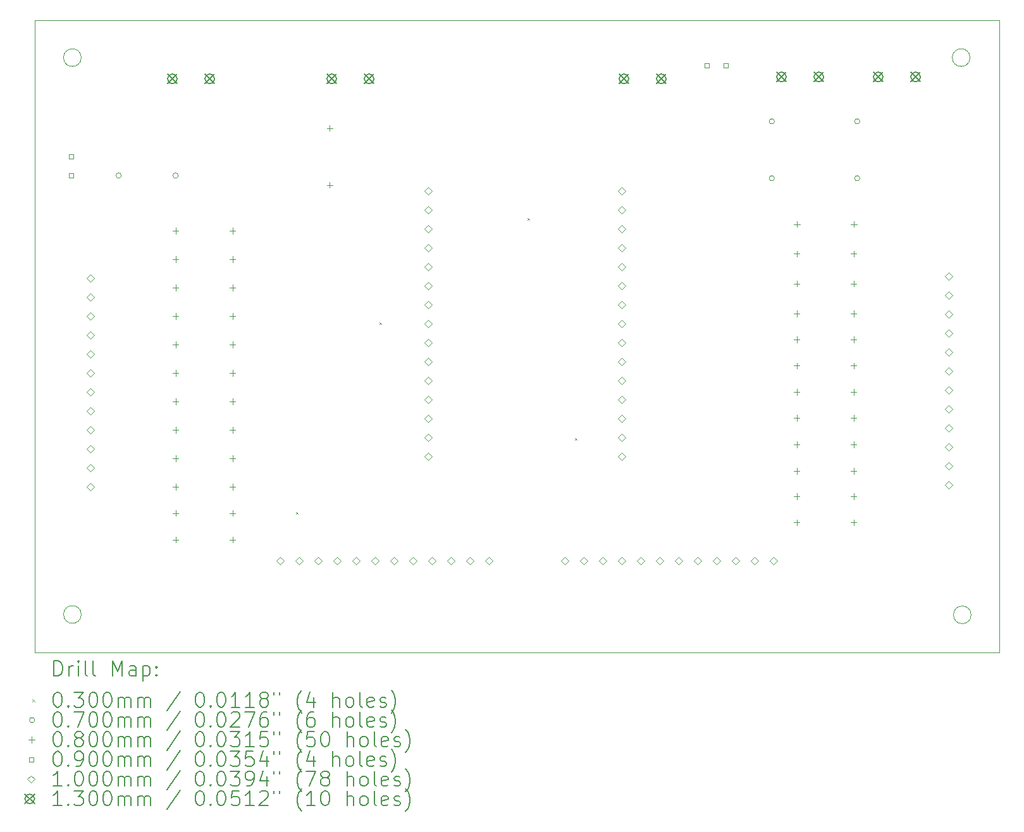
<source format=gbr>
%TF.GenerationSoftware,KiCad,Pcbnew,8.0.8*%
%TF.CreationDate,2025-03-04T16:09:27+01:00*%
%TF.ProjectId,PCB Symphonie,50434220-5379-46d7-9068-6f6e69652e6b,rev?*%
%TF.SameCoordinates,Original*%
%TF.FileFunction,Drillmap*%
%TF.FilePolarity,Positive*%
%FSLAX45Y45*%
G04 Gerber Fmt 4.5, Leading zero omitted, Abs format (unit mm)*
G04 Created by KiCad (PCBNEW 8.0.8) date 2025-03-04 16:09:27*
%MOMM*%
%LPD*%
G01*
G04 APERTURE LIST*
%ADD10C,0.050000*%
%ADD11C,0.200000*%
%ADD12C,0.100000*%
%ADD13C,0.130000*%
G04 APERTURE END LIST*
D10*
X25492600Y-3804640D02*
G75*
G02*
X25256600Y-3804640I-118000J0D01*
G01*
X25256600Y-3804640D02*
G75*
G02*
X25492600Y-3804640I118000J0D01*
G01*
X13595240Y-3805200D02*
G75*
G02*
X13359240Y-3805200I-118000J0D01*
G01*
X13359240Y-3805200D02*
G75*
G02*
X13595240Y-3805200I118000J0D01*
G01*
X25507560Y-11267160D02*
G75*
G02*
X25271560Y-11267160I-118000J0D01*
G01*
X25271560Y-11267160D02*
G75*
G02*
X25507560Y-11267160I118000J0D01*
G01*
X12974000Y-3302000D02*
X25888000Y-3302000D01*
X25888000Y-11770000D01*
X12974000Y-11770000D01*
X12974000Y-3302000D01*
X13595520Y-11262360D02*
G75*
G02*
X13359520Y-11262360I-118000J0D01*
G01*
X13359520Y-11262360D02*
G75*
G02*
X13595520Y-11262360I118000J0D01*
G01*
D11*
D12*
X16469600Y-9891000D02*
X16499600Y-9921000D01*
X16499600Y-9891000D02*
X16469600Y-9921000D01*
X17587200Y-7351000D02*
X17617200Y-7381000D01*
X17617200Y-7351000D02*
X17587200Y-7381000D01*
X19568400Y-5954000D02*
X19598400Y-5984000D01*
X19598400Y-5954000D02*
X19568400Y-5984000D01*
X20203400Y-8900400D02*
X20233400Y-8930400D01*
X20233400Y-8900400D02*
X20203400Y-8930400D01*
X14132000Y-5384800D02*
G75*
G02*
X14062000Y-5384800I-35000J0D01*
G01*
X14062000Y-5384800D02*
G75*
G02*
X14132000Y-5384800I35000J0D01*
G01*
X14894000Y-5384800D02*
G75*
G02*
X14824000Y-5384800I-35000J0D01*
G01*
X14824000Y-5384800D02*
G75*
G02*
X14894000Y-5384800I35000J0D01*
G01*
X22874680Y-4658360D02*
G75*
G02*
X22804680Y-4658360I-35000J0D01*
G01*
X22804680Y-4658360D02*
G75*
G02*
X22874680Y-4658360I35000J0D01*
G01*
X22874680Y-5420360D02*
G75*
G02*
X22804680Y-5420360I-35000J0D01*
G01*
X22804680Y-5420360D02*
G75*
G02*
X22874680Y-5420360I35000J0D01*
G01*
X24017680Y-4658360D02*
G75*
G02*
X23947680Y-4658360I-35000J0D01*
G01*
X23947680Y-4658360D02*
G75*
G02*
X24017680Y-4658360I35000J0D01*
G01*
X24017680Y-5420360D02*
G75*
G02*
X23947680Y-5420360I-35000J0D01*
G01*
X23947680Y-5420360D02*
G75*
G02*
X24017680Y-5420360I35000J0D01*
G01*
X14859000Y-6082000D02*
X14859000Y-6162000D01*
X14819000Y-6122000D02*
X14899000Y-6122000D01*
X14859000Y-6463000D02*
X14859000Y-6543000D01*
X14819000Y-6503000D02*
X14899000Y-6503000D01*
X14859000Y-6844000D02*
X14859000Y-6924000D01*
X14819000Y-6884000D02*
X14899000Y-6884000D01*
X14859000Y-7225000D02*
X14859000Y-7305000D01*
X14819000Y-7265000D02*
X14899000Y-7265000D01*
X14859000Y-7606000D02*
X14859000Y-7686000D01*
X14819000Y-7646000D02*
X14899000Y-7646000D01*
X14859000Y-7987000D02*
X14859000Y-8067000D01*
X14819000Y-8027000D02*
X14899000Y-8027000D01*
X14859000Y-8368000D02*
X14859000Y-8448000D01*
X14819000Y-8408000D02*
X14899000Y-8408000D01*
X14859000Y-8749000D02*
X14859000Y-8829000D01*
X14819000Y-8789000D02*
X14899000Y-8789000D01*
X14859000Y-9130000D02*
X14859000Y-9210000D01*
X14819000Y-9170000D02*
X14899000Y-9170000D01*
X14859000Y-9511000D02*
X14859000Y-9591000D01*
X14819000Y-9551000D02*
X14899000Y-9551000D01*
X14859000Y-9866000D02*
X14859000Y-9946000D01*
X14819000Y-9906000D02*
X14899000Y-9906000D01*
X14859000Y-10221000D02*
X14859000Y-10301000D01*
X14819000Y-10261000D02*
X14899000Y-10261000D01*
X15621000Y-6082000D02*
X15621000Y-6162000D01*
X15581000Y-6122000D02*
X15661000Y-6122000D01*
X15621000Y-6463000D02*
X15621000Y-6543000D01*
X15581000Y-6503000D02*
X15661000Y-6503000D01*
X15621000Y-6844000D02*
X15621000Y-6924000D01*
X15581000Y-6884000D02*
X15661000Y-6884000D01*
X15621000Y-7225000D02*
X15621000Y-7305000D01*
X15581000Y-7265000D02*
X15661000Y-7265000D01*
X15621000Y-7606000D02*
X15621000Y-7686000D01*
X15581000Y-7646000D02*
X15661000Y-7646000D01*
X15621000Y-7987000D02*
X15621000Y-8067000D01*
X15581000Y-8027000D02*
X15661000Y-8027000D01*
X15621000Y-8368000D02*
X15621000Y-8448000D01*
X15581000Y-8408000D02*
X15661000Y-8408000D01*
X15621000Y-8749000D02*
X15621000Y-8829000D01*
X15581000Y-8789000D02*
X15661000Y-8789000D01*
X15621000Y-9130000D02*
X15621000Y-9210000D01*
X15581000Y-9170000D02*
X15661000Y-9170000D01*
X15621000Y-9511000D02*
X15621000Y-9591000D01*
X15581000Y-9551000D02*
X15661000Y-9551000D01*
X15621000Y-9866000D02*
X15621000Y-9946000D01*
X15581000Y-9906000D02*
X15661000Y-9906000D01*
X15621000Y-10221000D02*
X15621000Y-10301000D01*
X15581000Y-10261000D02*
X15661000Y-10261000D01*
X16922350Y-4709800D02*
X16922350Y-4789800D01*
X16882350Y-4749800D02*
X16962350Y-4749800D01*
X16922350Y-5471800D02*
X16922350Y-5551800D01*
X16882350Y-5511800D02*
X16962350Y-5511800D01*
X23172400Y-6391000D02*
X23172400Y-6471000D01*
X23132400Y-6431000D02*
X23212400Y-6431000D01*
X23172400Y-6791000D02*
X23172400Y-6871000D01*
X23132400Y-6831000D02*
X23212400Y-6831000D01*
X23172400Y-7191000D02*
X23172400Y-7271000D01*
X23132400Y-7231000D02*
X23212400Y-7231000D01*
X23172400Y-7541000D02*
X23172400Y-7621000D01*
X23132400Y-7581000D02*
X23212400Y-7581000D01*
X23172400Y-7891000D02*
X23172400Y-7971000D01*
X23132400Y-7931000D02*
X23212400Y-7931000D01*
X23172400Y-8241000D02*
X23172400Y-8321000D01*
X23132400Y-8281000D02*
X23212400Y-8281000D01*
X23172400Y-8591000D02*
X23172400Y-8671000D01*
X23132400Y-8631000D02*
X23212400Y-8631000D01*
X23172400Y-8946000D02*
X23172400Y-9026000D01*
X23132400Y-8986000D02*
X23212400Y-8986000D01*
X23172400Y-9301000D02*
X23172400Y-9381000D01*
X23132400Y-9341000D02*
X23212400Y-9341000D01*
X23172400Y-9641000D02*
X23172400Y-9721000D01*
X23132400Y-9681000D02*
X23212400Y-9681000D01*
X23172400Y-9991000D02*
X23172400Y-10071000D01*
X23132400Y-10031000D02*
X23212400Y-10031000D01*
X23176200Y-5996000D02*
X23176200Y-6076000D01*
X23136200Y-6036000D02*
X23216200Y-6036000D01*
X23934400Y-6391000D02*
X23934400Y-6471000D01*
X23894400Y-6431000D02*
X23974400Y-6431000D01*
X23934400Y-6791000D02*
X23934400Y-6871000D01*
X23894400Y-6831000D02*
X23974400Y-6831000D01*
X23934400Y-7191000D02*
X23934400Y-7271000D01*
X23894400Y-7231000D02*
X23974400Y-7231000D01*
X23934400Y-7541000D02*
X23934400Y-7621000D01*
X23894400Y-7581000D02*
X23974400Y-7581000D01*
X23934400Y-7891000D02*
X23934400Y-7971000D01*
X23894400Y-7931000D02*
X23974400Y-7931000D01*
X23934400Y-8241000D02*
X23934400Y-8321000D01*
X23894400Y-8281000D02*
X23974400Y-8281000D01*
X23934400Y-8591000D02*
X23934400Y-8671000D01*
X23894400Y-8631000D02*
X23974400Y-8631000D01*
X23934400Y-8946000D02*
X23934400Y-9026000D01*
X23894400Y-8986000D02*
X23974400Y-8986000D01*
X23934400Y-9301000D02*
X23934400Y-9381000D01*
X23894400Y-9341000D02*
X23974400Y-9341000D01*
X23934400Y-9641000D02*
X23934400Y-9721000D01*
X23894400Y-9681000D02*
X23974400Y-9681000D01*
X23934400Y-9991000D02*
X23934400Y-10071000D01*
X23894400Y-10031000D02*
X23974400Y-10031000D01*
X23938200Y-5996000D02*
X23938200Y-6076000D01*
X23898200Y-6036000D02*
X23978200Y-6036000D01*
X13493820Y-5162620D02*
X13493820Y-5098980D01*
X13430180Y-5098980D01*
X13430180Y-5162620D01*
X13493820Y-5162620D01*
X13493820Y-5416620D02*
X13493820Y-5352980D01*
X13430180Y-5352980D01*
X13430180Y-5416620D01*
X13493820Y-5416620D01*
X22002820Y-3943420D02*
X22002820Y-3879780D01*
X21939180Y-3879780D01*
X21939180Y-3943420D01*
X22002820Y-3943420D01*
X22256820Y-3943420D02*
X22256820Y-3879780D01*
X22193180Y-3879780D01*
X22193180Y-3943420D01*
X22256820Y-3943420D01*
X13716000Y-6807000D02*
X13766000Y-6757000D01*
X13716000Y-6707000D01*
X13666000Y-6757000D01*
X13716000Y-6807000D01*
X13716000Y-7061000D02*
X13766000Y-7011000D01*
X13716000Y-6961000D01*
X13666000Y-7011000D01*
X13716000Y-7061000D01*
X13716000Y-7315000D02*
X13766000Y-7265000D01*
X13716000Y-7215000D01*
X13666000Y-7265000D01*
X13716000Y-7315000D01*
X13716000Y-7569000D02*
X13766000Y-7519000D01*
X13716000Y-7469000D01*
X13666000Y-7519000D01*
X13716000Y-7569000D01*
X13716000Y-7823000D02*
X13766000Y-7773000D01*
X13716000Y-7723000D01*
X13666000Y-7773000D01*
X13716000Y-7823000D01*
X13716000Y-8077000D02*
X13766000Y-8027000D01*
X13716000Y-7977000D01*
X13666000Y-8027000D01*
X13716000Y-8077000D01*
X13716000Y-8331000D02*
X13766000Y-8281000D01*
X13716000Y-8231000D01*
X13666000Y-8281000D01*
X13716000Y-8331000D01*
X13716000Y-8585000D02*
X13766000Y-8535000D01*
X13716000Y-8485000D01*
X13666000Y-8535000D01*
X13716000Y-8585000D01*
X13716000Y-8839000D02*
X13766000Y-8789000D01*
X13716000Y-8739000D01*
X13666000Y-8789000D01*
X13716000Y-8839000D01*
X13716000Y-9093000D02*
X13766000Y-9043000D01*
X13716000Y-8993000D01*
X13666000Y-9043000D01*
X13716000Y-9093000D01*
X13716000Y-9347000D02*
X13766000Y-9297000D01*
X13716000Y-9247000D01*
X13666000Y-9297000D01*
X13716000Y-9347000D01*
X13716000Y-9601000D02*
X13766000Y-9551000D01*
X13716000Y-9501000D01*
X13666000Y-9551000D01*
X13716000Y-9601000D01*
X16256000Y-10591000D02*
X16306000Y-10541000D01*
X16256000Y-10491000D01*
X16206000Y-10541000D01*
X16256000Y-10591000D01*
X16510000Y-10591000D02*
X16560000Y-10541000D01*
X16510000Y-10491000D01*
X16460000Y-10541000D01*
X16510000Y-10591000D01*
X16764000Y-10591000D02*
X16814000Y-10541000D01*
X16764000Y-10491000D01*
X16714000Y-10541000D01*
X16764000Y-10591000D01*
X17018000Y-10591000D02*
X17068000Y-10541000D01*
X17018000Y-10491000D01*
X16968000Y-10541000D01*
X17018000Y-10591000D01*
X17272000Y-10591000D02*
X17322000Y-10541000D01*
X17272000Y-10491000D01*
X17222000Y-10541000D01*
X17272000Y-10591000D01*
X17526000Y-10591000D02*
X17576000Y-10541000D01*
X17526000Y-10491000D01*
X17476000Y-10541000D01*
X17526000Y-10591000D01*
X17780000Y-10591000D02*
X17830000Y-10541000D01*
X17780000Y-10491000D01*
X17730000Y-10541000D01*
X17780000Y-10591000D01*
X18034000Y-10591000D02*
X18084000Y-10541000D01*
X18034000Y-10491000D01*
X17984000Y-10541000D01*
X18034000Y-10591000D01*
X18237200Y-5638000D02*
X18287200Y-5588000D01*
X18237200Y-5538000D01*
X18187200Y-5588000D01*
X18237200Y-5638000D01*
X18237200Y-5892000D02*
X18287200Y-5842000D01*
X18237200Y-5792000D01*
X18187200Y-5842000D01*
X18237200Y-5892000D01*
X18237200Y-6146000D02*
X18287200Y-6096000D01*
X18237200Y-6046000D01*
X18187200Y-6096000D01*
X18237200Y-6146000D01*
X18237200Y-6400000D02*
X18287200Y-6350000D01*
X18237200Y-6300000D01*
X18187200Y-6350000D01*
X18237200Y-6400000D01*
X18237200Y-6654000D02*
X18287200Y-6604000D01*
X18237200Y-6554000D01*
X18187200Y-6604000D01*
X18237200Y-6654000D01*
X18237200Y-6908000D02*
X18287200Y-6858000D01*
X18237200Y-6808000D01*
X18187200Y-6858000D01*
X18237200Y-6908000D01*
X18237200Y-7162000D02*
X18287200Y-7112000D01*
X18237200Y-7062000D01*
X18187200Y-7112000D01*
X18237200Y-7162000D01*
X18237200Y-7416000D02*
X18287200Y-7366000D01*
X18237200Y-7316000D01*
X18187200Y-7366000D01*
X18237200Y-7416000D01*
X18237200Y-7670000D02*
X18287200Y-7620000D01*
X18237200Y-7570000D01*
X18187200Y-7620000D01*
X18237200Y-7670000D01*
X18237200Y-7924000D02*
X18287200Y-7874000D01*
X18237200Y-7824000D01*
X18187200Y-7874000D01*
X18237200Y-7924000D01*
X18237200Y-8178000D02*
X18287200Y-8128000D01*
X18237200Y-8078000D01*
X18187200Y-8128000D01*
X18237200Y-8178000D01*
X18237200Y-8432000D02*
X18287200Y-8382000D01*
X18237200Y-8332000D01*
X18187200Y-8382000D01*
X18237200Y-8432000D01*
X18237200Y-8686000D02*
X18287200Y-8636000D01*
X18237200Y-8586000D01*
X18187200Y-8636000D01*
X18237200Y-8686000D01*
X18237200Y-8940000D02*
X18287200Y-8890000D01*
X18237200Y-8840000D01*
X18187200Y-8890000D01*
X18237200Y-8940000D01*
X18237200Y-9194000D02*
X18287200Y-9144000D01*
X18237200Y-9094000D01*
X18187200Y-9144000D01*
X18237200Y-9194000D01*
X18288000Y-10591000D02*
X18338000Y-10541000D01*
X18288000Y-10491000D01*
X18238000Y-10541000D01*
X18288000Y-10591000D01*
X18542000Y-10591000D02*
X18592000Y-10541000D01*
X18542000Y-10491000D01*
X18492000Y-10541000D01*
X18542000Y-10591000D01*
X18796000Y-10591000D02*
X18846000Y-10541000D01*
X18796000Y-10491000D01*
X18746000Y-10541000D01*
X18796000Y-10591000D01*
X19050000Y-10591000D02*
X19100000Y-10541000D01*
X19050000Y-10491000D01*
X19000000Y-10541000D01*
X19050000Y-10591000D01*
X20066000Y-10591000D02*
X20116000Y-10541000D01*
X20066000Y-10491000D01*
X20016000Y-10541000D01*
X20066000Y-10591000D01*
X20320000Y-10591000D02*
X20370000Y-10541000D01*
X20320000Y-10491000D01*
X20270000Y-10541000D01*
X20320000Y-10591000D01*
X20574000Y-10591000D02*
X20624000Y-10541000D01*
X20574000Y-10491000D01*
X20524000Y-10541000D01*
X20574000Y-10591000D01*
X20828000Y-5638000D02*
X20878000Y-5588000D01*
X20828000Y-5538000D01*
X20778000Y-5588000D01*
X20828000Y-5638000D01*
X20828000Y-5892000D02*
X20878000Y-5842000D01*
X20828000Y-5792000D01*
X20778000Y-5842000D01*
X20828000Y-5892000D01*
X20828000Y-6146000D02*
X20878000Y-6096000D01*
X20828000Y-6046000D01*
X20778000Y-6096000D01*
X20828000Y-6146000D01*
X20828000Y-6400000D02*
X20878000Y-6350000D01*
X20828000Y-6300000D01*
X20778000Y-6350000D01*
X20828000Y-6400000D01*
X20828000Y-6654000D02*
X20878000Y-6604000D01*
X20828000Y-6554000D01*
X20778000Y-6604000D01*
X20828000Y-6654000D01*
X20828000Y-6908000D02*
X20878000Y-6858000D01*
X20828000Y-6808000D01*
X20778000Y-6858000D01*
X20828000Y-6908000D01*
X20828000Y-7162000D02*
X20878000Y-7112000D01*
X20828000Y-7062000D01*
X20778000Y-7112000D01*
X20828000Y-7162000D01*
X20828000Y-7416000D02*
X20878000Y-7366000D01*
X20828000Y-7316000D01*
X20778000Y-7366000D01*
X20828000Y-7416000D01*
X20828000Y-7670000D02*
X20878000Y-7620000D01*
X20828000Y-7570000D01*
X20778000Y-7620000D01*
X20828000Y-7670000D01*
X20828000Y-7924000D02*
X20878000Y-7874000D01*
X20828000Y-7824000D01*
X20778000Y-7874000D01*
X20828000Y-7924000D01*
X20828000Y-8178000D02*
X20878000Y-8128000D01*
X20828000Y-8078000D01*
X20778000Y-8128000D01*
X20828000Y-8178000D01*
X20828000Y-8432000D02*
X20878000Y-8382000D01*
X20828000Y-8332000D01*
X20778000Y-8382000D01*
X20828000Y-8432000D01*
X20828000Y-8686000D02*
X20878000Y-8636000D01*
X20828000Y-8586000D01*
X20778000Y-8636000D01*
X20828000Y-8686000D01*
X20828000Y-8940000D02*
X20878000Y-8890000D01*
X20828000Y-8840000D01*
X20778000Y-8890000D01*
X20828000Y-8940000D01*
X20828000Y-9194000D02*
X20878000Y-9144000D01*
X20828000Y-9094000D01*
X20778000Y-9144000D01*
X20828000Y-9194000D01*
X20828000Y-10591000D02*
X20878000Y-10541000D01*
X20828000Y-10491000D01*
X20778000Y-10541000D01*
X20828000Y-10591000D01*
X21082000Y-10591000D02*
X21132000Y-10541000D01*
X21082000Y-10491000D01*
X21032000Y-10541000D01*
X21082000Y-10591000D01*
X21336000Y-10591000D02*
X21386000Y-10541000D01*
X21336000Y-10491000D01*
X21286000Y-10541000D01*
X21336000Y-10591000D01*
X21590000Y-10591000D02*
X21640000Y-10541000D01*
X21590000Y-10491000D01*
X21540000Y-10541000D01*
X21590000Y-10591000D01*
X21844000Y-10591000D02*
X21894000Y-10541000D01*
X21844000Y-10491000D01*
X21794000Y-10541000D01*
X21844000Y-10591000D01*
X22098000Y-10591000D02*
X22148000Y-10541000D01*
X22098000Y-10491000D01*
X22048000Y-10541000D01*
X22098000Y-10591000D01*
X22352000Y-10591000D02*
X22402000Y-10541000D01*
X22352000Y-10491000D01*
X22302000Y-10541000D01*
X22352000Y-10591000D01*
X22606000Y-10591000D02*
X22656000Y-10541000D01*
X22606000Y-10491000D01*
X22556000Y-10541000D01*
X22606000Y-10591000D01*
X22860000Y-10591000D02*
X22910000Y-10541000D01*
X22860000Y-10491000D01*
X22810000Y-10541000D01*
X22860000Y-10591000D01*
X25208400Y-6781000D02*
X25258400Y-6731000D01*
X25208400Y-6681000D01*
X25158400Y-6731000D01*
X25208400Y-6781000D01*
X25208400Y-7035000D02*
X25258400Y-6985000D01*
X25208400Y-6935000D01*
X25158400Y-6985000D01*
X25208400Y-7035000D01*
X25208400Y-7289000D02*
X25258400Y-7239000D01*
X25208400Y-7189000D01*
X25158400Y-7239000D01*
X25208400Y-7289000D01*
X25208400Y-7543000D02*
X25258400Y-7493000D01*
X25208400Y-7443000D01*
X25158400Y-7493000D01*
X25208400Y-7543000D01*
X25208400Y-7797000D02*
X25258400Y-7747000D01*
X25208400Y-7697000D01*
X25158400Y-7747000D01*
X25208400Y-7797000D01*
X25208400Y-8051000D02*
X25258400Y-8001000D01*
X25208400Y-7951000D01*
X25158400Y-8001000D01*
X25208400Y-8051000D01*
X25208400Y-8305000D02*
X25258400Y-8255000D01*
X25208400Y-8205000D01*
X25158400Y-8255000D01*
X25208400Y-8305000D01*
X25208400Y-8559000D02*
X25258400Y-8509000D01*
X25208400Y-8459000D01*
X25158400Y-8509000D01*
X25208400Y-8559000D01*
X25208400Y-8813000D02*
X25258400Y-8763000D01*
X25208400Y-8713000D01*
X25158400Y-8763000D01*
X25208400Y-8813000D01*
X25208400Y-9067000D02*
X25258400Y-9017000D01*
X25208400Y-8967000D01*
X25158400Y-9017000D01*
X25208400Y-9067000D01*
X25208400Y-9321000D02*
X25258400Y-9271000D01*
X25208400Y-9221000D01*
X25158400Y-9271000D01*
X25208400Y-9321000D01*
X25208400Y-9575000D02*
X25258400Y-9525000D01*
X25208400Y-9475000D01*
X25158400Y-9525000D01*
X25208400Y-9575000D01*
D13*
X14751200Y-4024400D02*
X14881200Y-4154400D01*
X14881200Y-4024400D02*
X14751200Y-4154400D01*
X14881200Y-4089400D02*
G75*
G02*
X14751200Y-4089400I-65000J0D01*
G01*
X14751200Y-4089400D02*
G75*
G02*
X14881200Y-4089400I65000J0D01*
G01*
X15251200Y-4024400D02*
X15381200Y-4154400D01*
X15381200Y-4024400D02*
X15251200Y-4154400D01*
X15381200Y-4089400D02*
G75*
G02*
X15251200Y-4089400I-65000J0D01*
G01*
X15251200Y-4089400D02*
G75*
G02*
X15381200Y-4089400I65000J0D01*
G01*
X16884800Y-4024400D02*
X17014800Y-4154400D01*
X17014800Y-4024400D02*
X16884800Y-4154400D01*
X17014800Y-4089400D02*
G75*
G02*
X16884800Y-4089400I-65000J0D01*
G01*
X16884800Y-4089400D02*
G75*
G02*
X17014800Y-4089400I65000J0D01*
G01*
X17384800Y-4024400D02*
X17514800Y-4154400D01*
X17514800Y-4024400D02*
X17384800Y-4154400D01*
X17514800Y-4089400D02*
G75*
G02*
X17384800Y-4089400I-65000J0D01*
G01*
X17384800Y-4089400D02*
G75*
G02*
X17514800Y-4089400I65000J0D01*
G01*
X20796400Y-4024400D02*
X20926400Y-4154400D01*
X20926400Y-4024400D02*
X20796400Y-4154400D01*
X20926400Y-4089400D02*
G75*
G02*
X20796400Y-4089400I-65000J0D01*
G01*
X20796400Y-4089400D02*
G75*
G02*
X20926400Y-4089400I65000J0D01*
G01*
X21296400Y-4024400D02*
X21426400Y-4154400D01*
X21426400Y-4024400D02*
X21296400Y-4154400D01*
X21426400Y-4089400D02*
G75*
G02*
X21296400Y-4089400I-65000J0D01*
G01*
X21296400Y-4089400D02*
G75*
G02*
X21426400Y-4089400I65000J0D01*
G01*
X22904600Y-3999000D02*
X23034600Y-4129000D01*
X23034600Y-3999000D02*
X22904600Y-4129000D01*
X23034600Y-4064000D02*
G75*
G02*
X22904600Y-4064000I-65000J0D01*
G01*
X22904600Y-4064000D02*
G75*
G02*
X23034600Y-4064000I65000J0D01*
G01*
X23404600Y-3999000D02*
X23534600Y-4129000D01*
X23534600Y-3999000D02*
X23404600Y-4129000D01*
X23534600Y-4064000D02*
G75*
G02*
X23404600Y-4064000I-65000J0D01*
G01*
X23404600Y-4064000D02*
G75*
G02*
X23534600Y-4064000I65000J0D01*
G01*
X24200000Y-3999000D02*
X24330000Y-4129000D01*
X24330000Y-3999000D02*
X24200000Y-4129000D01*
X24330000Y-4064000D02*
G75*
G02*
X24200000Y-4064000I-65000J0D01*
G01*
X24200000Y-4064000D02*
G75*
G02*
X24330000Y-4064000I65000J0D01*
G01*
X24700000Y-3999000D02*
X24830000Y-4129000D01*
X24830000Y-3999000D02*
X24700000Y-4129000D01*
X24830000Y-4064000D02*
G75*
G02*
X24700000Y-4064000I-65000J0D01*
G01*
X24700000Y-4064000D02*
G75*
G02*
X24830000Y-4064000I65000J0D01*
G01*
D11*
X13232277Y-12083984D02*
X13232277Y-11883984D01*
X13232277Y-11883984D02*
X13279896Y-11883984D01*
X13279896Y-11883984D02*
X13308467Y-11893508D01*
X13308467Y-11893508D02*
X13327515Y-11912555D01*
X13327515Y-11912555D02*
X13337039Y-11931603D01*
X13337039Y-11931603D02*
X13346562Y-11969698D01*
X13346562Y-11969698D02*
X13346562Y-11998269D01*
X13346562Y-11998269D02*
X13337039Y-12036365D01*
X13337039Y-12036365D02*
X13327515Y-12055412D01*
X13327515Y-12055412D02*
X13308467Y-12074460D01*
X13308467Y-12074460D02*
X13279896Y-12083984D01*
X13279896Y-12083984D02*
X13232277Y-12083984D01*
X13432277Y-12083984D02*
X13432277Y-11950650D01*
X13432277Y-11988746D02*
X13441801Y-11969698D01*
X13441801Y-11969698D02*
X13451324Y-11960174D01*
X13451324Y-11960174D02*
X13470372Y-11950650D01*
X13470372Y-11950650D02*
X13489420Y-11950650D01*
X13556086Y-12083984D02*
X13556086Y-11950650D01*
X13556086Y-11883984D02*
X13546562Y-11893508D01*
X13546562Y-11893508D02*
X13556086Y-11903031D01*
X13556086Y-11903031D02*
X13565610Y-11893508D01*
X13565610Y-11893508D02*
X13556086Y-11883984D01*
X13556086Y-11883984D02*
X13556086Y-11903031D01*
X13679896Y-12083984D02*
X13660848Y-12074460D01*
X13660848Y-12074460D02*
X13651324Y-12055412D01*
X13651324Y-12055412D02*
X13651324Y-11883984D01*
X13784658Y-12083984D02*
X13765610Y-12074460D01*
X13765610Y-12074460D02*
X13756086Y-12055412D01*
X13756086Y-12055412D02*
X13756086Y-11883984D01*
X14013229Y-12083984D02*
X14013229Y-11883984D01*
X14013229Y-11883984D02*
X14079896Y-12026841D01*
X14079896Y-12026841D02*
X14146562Y-11883984D01*
X14146562Y-11883984D02*
X14146562Y-12083984D01*
X14327515Y-12083984D02*
X14327515Y-11979222D01*
X14327515Y-11979222D02*
X14317991Y-11960174D01*
X14317991Y-11960174D02*
X14298943Y-11950650D01*
X14298943Y-11950650D02*
X14260848Y-11950650D01*
X14260848Y-11950650D02*
X14241801Y-11960174D01*
X14327515Y-12074460D02*
X14308467Y-12083984D01*
X14308467Y-12083984D02*
X14260848Y-12083984D01*
X14260848Y-12083984D02*
X14241801Y-12074460D01*
X14241801Y-12074460D02*
X14232277Y-12055412D01*
X14232277Y-12055412D02*
X14232277Y-12036365D01*
X14232277Y-12036365D02*
X14241801Y-12017317D01*
X14241801Y-12017317D02*
X14260848Y-12007793D01*
X14260848Y-12007793D02*
X14308467Y-12007793D01*
X14308467Y-12007793D02*
X14327515Y-11998269D01*
X14422753Y-11950650D02*
X14422753Y-12150650D01*
X14422753Y-11960174D02*
X14441801Y-11950650D01*
X14441801Y-11950650D02*
X14479896Y-11950650D01*
X14479896Y-11950650D02*
X14498943Y-11960174D01*
X14498943Y-11960174D02*
X14508467Y-11969698D01*
X14508467Y-11969698D02*
X14517991Y-11988746D01*
X14517991Y-11988746D02*
X14517991Y-12045888D01*
X14517991Y-12045888D02*
X14508467Y-12064936D01*
X14508467Y-12064936D02*
X14498943Y-12074460D01*
X14498943Y-12074460D02*
X14479896Y-12083984D01*
X14479896Y-12083984D02*
X14441801Y-12083984D01*
X14441801Y-12083984D02*
X14422753Y-12074460D01*
X14603705Y-12064936D02*
X14613229Y-12074460D01*
X14613229Y-12074460D02*
X14603705Y-12083984D01*
X14603705Y-12083984D02*
X14594182Y-12074460D01*
X14594182Y-12074460D02*
X14603705Y-12064936D01*
X14603705Y-12064936D02*
X14603705Y-12083984D01*
X14603705Y-11960174D02*
X14613229Y-11969698D01*
X14613229Y-11969698D02*
X14603705Y-11979222D01*
X14603705Y-11979222D02*
X14594182Y-11969698D01*
X14594182Y-11969698D02*
X14603705Y-11960174D01*
X14603705Y-11960174D02*
X14603705Y-11979222D01*
D12*
X12941500Y-12397500D02*
X12971500Y-12427500D01*
X12971500Y-12397500D02*
X12941500Y-12427500D01*
D11*
X13270372Y-12303984D02*
X13289420Y-12303984D01*
X13289420Y-12303984D02*
X13308467Y-12313508D01*
X13308467Y-12313508D02*
X13317991Y-12323031D01*
X13317991Y-12323031D02*
X13327515Y-12342079D01*
X13327515Y-12342079D02*
X13337039Y-12380174D01*
X13337039Y-12380174D02*
X13337039Y-12427793D01*
X13337039Y-12427793D02*
X13327515Y-12465888D01*
X13327515Y-12465888D02*
X13317991Y-12484936D01*
X13317991Y-12484936D02*
X13308467Y-12494460D01*
X13308467Y-12494460D02*
X13289420Y-12503984D01*
X13289420Y-12503984D02*
X13270372Y-12503984D01*
X13270372Y-12503984D02*
X13251324Y-12494460D01*
X13251324Y-12494460D02*
X13241801Y-12484936D01*
X13241801Y-12484936D02*
X13232277Y-12465888D01*
X13232277Y-12465888D02*
X13222753Y-12427793D01*
X13222753Y-12427793D02*
X13222753Y-12380174D01*
X13222753Y-12380174D02*
X13232277Y-12342079D01*
X13232277Y-12342079D02*
X13241801Y-12323031D01*
X13241801Y-12323031D02*
X13251324Y-12313508D01*
X13251324Y-12313508D02*
X13270372Y-12303984D01*
X13422753Y-12484936D02*
X13432277Y-12494460D01*
X13432277Y-12494460D02*
X13422753Y-12503984D01*
X13422753Y-12503984D02*
X13413229Y-12494460D01*
X13413229Y-12494460D02*
X13422753Y-12484936D01*
X13422753Y-12484936D02*
X13422753Y-12503984D01*
X13498943Y-12303984D02*
X13622753Y-12303984D01*
X13622753Y-12303984D02*
X13556086Y-12380174D01*
X13556086Y-12380174D02*
X13584658Y-12380174D01*
X13584658Y-12380174D02*
X13603705Y-12389698D01*
X13603705Y-12389698D02*
X13613229Y-12399222D01*
X13613229Y-12399222D02*
X13622753Y-12418269D01*
X13622753Y-12418269D02*
X13622753Y-12465888D01*
X13622753Y-12465888D02*
X13613229Y-12484936D01*
X13613229Y-12484936D02*
X13603705Y-12494460D01*
X13603705Y-12494460D02*
X13584658Y-12503984D01*
X13584658Y-12503984D02*
X13527515Y-12503984D01*
X13527515Y-12503984D02*
X13508467Y-12494460D01*
X13508467Y-12494460D02*
X13498943Y-12484936D01*
X13746562Y-12303984D02*
X13765610Y-12303984D01*
X13765610Y-12303984D02*
X13784658Y-12313508D01*
X13784658Y-12313508D02*
X13794182Y-12323031D01*
X13794182Y-12323031D02*
X13803705Y-12342079D01*
X13803705Y-12342079D02*
X13813229Y-12380174D01*
X13813229Y-12380174D02*
X13813229Y-12427793D01*
X13813229Y-12427793D02*
X13803705Y-12465888D01*
X13803705Y-12465888D02*
X13794182Y-12484936D01*
X13794182Y-12484936D02*
X13784658Y-12494460D01*
X13784658Y-12494460D02*
X13765610Y-12503984D01*
X13765610Y-12503984D02*
X13746562Y-12503984D01*
X13746562Y-12503984D02*
X13727515Y-12494460D01*
X13727515Y-12494460D02*
X13717991Y-12484936D01*
X13717991Y-12484936D02*
X13708467Y-12465888D01*
X13708467Y-12465888D02*
X13698943Y-12427793D01*
X13698943Y-12427793D02*
X13698943Y-12380174D01*
X13698943Y-12380174D02*
X13708467Y-12342079D01*
X13708467Y-12342079D02*
X13717991Y-12323031D01*
X13717991Y-12323031D02*
X13727515Y-12313508D01*
X13727515Y-12313508D02*
X13746562Y-12303984D01*
X13937039Y-12303984D02*
X13956086Y-12303984D01*
X13956086Y-12303984D02*
X13975134Y-12313508D01*
X13975134Y-12313508D02*
X13984658Y-12323031D01*
X13984658Y-12323031D02*
X13994182Y-12342079D01*
X13994182Y-12342079D02*
X14003705Y-12380174D01*
X14003705Y-12380174D02*
X14003705Y-12427793D01*
X14003705Y-12427793D02*
X13994182Y-12465888D01*
X13994182Y-12465888D02*
X13984658Y-12484936D01*
X13984658Y-12484936D02*
X13975134Y-12494460D01*
X13975134Y-12494460D02*
X13956086Y-12503984D01*
X13956086Y-12503984D02*
X13937039Y-12503984D01*
X13937039Y-12503984D02*
X13917991Y-12494460D01*
X13917991Y-12494460D02*
X13908467Y-12484936D01*
X13908467Y-12484936D02*
X13898943Y-12465888D01*
X13898943Y-12465888D02*
X13889420Y-12427793D01*
X13889420Y-12427793D02*
X13889420Y-12380174D01*
X13889420Y-12380174D02*
X13898943Y-12342079D01*
X13898943Y-12342079D02*
X13908467Y-12323031D01*
X13908467Y-12323031D02*
X13917991Y-12313508D01*
X13917991Y-12313508D02*
X13937039Y-12303984D01*
X14089420Y-12503984D02*
X14089420Y-12370650D01*
X14089420Y-12389698D02*
X14098943Y-12380174D01*
X14098943Y-12380174D02*
X14117991Y-12370650D01*
X14117991Y-12370650D02*
X14146563Y-12370650D01*
X14146563Y-12370650D02*
X14165610Y-12380174D01*
X14165610Y-12380174D02*
X14175134Y-12399222D01*
X14175134Y-12399222D02*
X14175134Y-12503984D01*
X14175134Y-12399222D02*
X14184658Y-12380174D01*
X14184658Y-12380174D02*
X14203705Y-12370650D01*
X14203705Y-12370650D02*
X14232277Y-12370650D01*
X14232277Y-12370650D02*
X14251324Y-12380174D01*
X14251324Y-12380174D02*
X14260848Y-12399222D01*
X14260848Y-12399222D02*
X14260848Y-12503984D01*
X14356086Y-12503984D02*
X14356086Y-12370650D01*
X14356086Y-12389698D02*
X14365610Y-12380174D01*
X14365610Y-12380174D02*
X14384658Y-12370650D01*
X14384658Y-12370650D02*
X14413229Y-12370650D01*
X14413229Y-12370650D02*
X14432277Y-12380174D01*
X14432277Y-12380174D02*
X14441801Y-12399222D01*
X14441801Y-12399222D02*
X14441801Y-12503984D01*
X14441801Y-12399222D02*
X14451324Y-12380174D01*
X14451324Y-12380174D02*
X14470372Y-12370650D01*
X14470372Y-12370650D02*
X14498943Y-12370650D01*
X14498943Y-12370650D02*
X14517991Y-12380174D01*
X14517991Y-12380174D02*
X14527515Y-12399222D01*
X14527515Y-12399222D02*
X14527515Y-12503984D01*
X14917991Y-12294460D02*
X14746563Y-12551603D01*
X15175134Y-12303984D02*
X15194182Y-12303984D01*
X15194182Y-12303984D02*
X15213229Y-12313508D01*
X15213229Y-12313508D02*
X15222753Y-12323031D01*
X15222753Y-12323031D02*
X15232277Y-12342079D01*
X15232277Y-12342079D02*
X15241801Y-12380174D01*
X15241801Y-12380174D02*
X15241801Y-12427793D01*
X15241801Y-12427793D02*
X15232277Y-12465888D01*
X15232277Y-12465888D02*
X15222753Y-12484936D01*
X15222753Y-12484936D02*
X15213229Y-12494460D01*
X15213229Y-12494460D02*
X15194182Y-12503984D01*
X15194182Y-12503984D02*
X15175134Y-12503984D01*
X15175134Y-12503984D02*
X15156086Y-12494460D01*
X15156086Y-12494460D02*
X15146563Y-12484936D01*
X15146563Y-12484936D02*
X15137039Y-12465888D01*
X15137039Y-12465888D02*
X15127515Y-12427793D01*
X15127515Y-12427793D02*
X15127515Y-12380174D01*
X15127515Y-12380174D02*
X15137039Y-12342079D01*
X15137039Y-12342079D02*
X15146563Y-12323031D01*
X15146563Y-12323031D02*
X15156086Y-12313508D01*
X15156086Y-12313508D02*
X15175134Y-12303984D01*
X15327515Y-12484936D02*
X15337039Y-12494460D01*
X15337039Y-12494460D02*
X15327515Y-12503984D01*
X15327515Y-12503984D02*
X15317991Y-12494460D01*
X15317991Y-12494460D02*
X15327515Y-12484936D01*
X15327515Y-12484936D02*
X15327515Y-12503984D01*
X15460848Y-12303984D02*
X15479896Y-12303984D01*
X15479896Y-12303984D02*
X15498944Y-12313508D01*
X15498944Y-12313508D02*
X15508467Y-12323031D01*
X15508467Y-12323031D02*
X15517991Y-12342079D01*
X15517991Y-12342079D02*
X15527515Y-12380174D01*
X15527515Y-12380174D02*
X15527515Y-12427793D01*
X15527515Y-12427793D02*
X15517991Y-12465888D01*
X15517991Y-12465888D02*
X15508467Y-12484936D01*
X15508467Y-12484936D02*
X15498944Y-12494460D01*
X15498944Y-12494460D02*
X15479896Y-12503984D01*
X15479896Y-12503984D02*
X15460848Y-12503984D01*
X15460848Y-12503984D02*
X15441801Y-12494460D01*
X15441801Y-12494460D02*
X15432277Y-12484936D01*
X15432277Y-12484936D02*
X15422753Y-12465888D01*
X15422753Y-12465888D02*
X15413229Y-12427793D01*
X15413229Y-12427793D02*
X15413229Y-12380174D01*
X15413229Y-12380174D02*
X15422753Y-12342079D01*
X15422753Y-12342079D02*
X15432277Y-12323031D01*
X15432277Y-12323031D02*
X15441801Y-12313508D01*
X15441801Y-12313508D02*
X15460848Y-12303984D01*
X15717991Y-12503984D02*
X15603706Y-12503984D01*
X15660848Y-12503984D02*
X15660848Y-12303984D01*
X15660848Y-12303984D02*
X15641801Y-12332555D01*
X15641801Y-12332555D02*
X15622753Y-12351603D01*
X15622753Y-12351603D02*
X15603706Y-12361127D01*
X15908467Y-12503984D02*
X15794182Y-12503984D01*
X15851325Y-12503984D02*
X15851325Y-12303984D01*
X15851325Y-12303984D02*
X15832277Y-12332555D01*
X15832277Y-12332555D02*
X15813229Y-12351603D01*
X15813229Y-12351603D02*
X15794182Y-12361127D01*
X16022753Y-12389698D02*
X16003706Y-12380174D01*
X16003706Y-12380174D02*
X15994182Y-12370650D01*
X15994182Y-12370650D02*
X15984658Y-12351603D01*
X15984658Y-12351603D02*
X15984658Y-12342079D01*
X15984658Y-12342079D02*
X15994182Y-12323031D01*
X15994182Y-12323031D02*
X16003706Y-12313508D01*
X16003706Y-12313508D02*
X16022753Y-12303984D01*
X16022753Y-12303984D02*
X16060848Y-12303984D01*
X16060848Y-12303984D02*
X16079896Y-12313508D01*
X16079896Y-12313508D02*
X16089420Y-12323031D01*
X16089420Y-12323031D02*
X16098944Y-12342079D01*
X16098944Y-12342079D02*
X16098944Y-12351603D01*
X16098944Y-12351603D02*
X16089420Y-12370650D01*
X16089420Y-12370650D02*
X16079896Y-12380174D01*
X16079896Y-12380174D02*
X16060848Y-12389698D01*
X16060848Y-12389698D02*
X16022753Y-12389698D01*
X16022753Y-12389698D02*
X16003706Y-12399222D01*
X16003706Y-12399222D02*
X15994182Y-12408746D01*
X15994182Y-12408746D02*
X15984658Y-12427793D01*
X15984658Y-12427793D02*
X15984658Y-12465888D01*
X15984658Y-12465888D02*
X15994182Y-12484936D01*
X15994182Y-12484936D02*
X16003706Y-12494460D01*
X16003706Y-12494460D02*
X16022753Y-12503984D01*
X16022753Y-12503984D02*
X16060848Y-12503984D01*
X16060848Y-12503984D02*
X16079896Y-12494460D01*
X16079896Y-12494460D02*
X16089420Y-12484936D01*
X16089420Y-12484936D02*
X16098944Y-12465888D01*
X16098944Y-12465888D02*
X16098944Y-12427793D01*
X16098944Y-12427793D02*
X16089420Y-12408746D01*
X16089420Y-12408746D02*
X16079896Y-12399222D01*
X16079896Y-12399222D02*
X16060848Y-12389698D01*
X16175134Y-12303984D02*
X16175134Y-12342079D01*
X16251325Y-12303984D02*
X16251325Y-12342079D01*
X16546563Y-12580174D02*
X16537039Y-12570650D01*
X16537039Y-12570650D02*
X16517991Y-12542079D01*
X16517991Y-12542079D02*
X16508468Y-12523031D01*
X16508468Y-12523031D02*
X16498944Y-12494460D01*
X16498944Y-12494460D02*
X16489420Y-12446841D01*
X16489420Y-12446841D02*
X16489420Y-12408746D01*
X16489420Y-12408746D02*
X16498944Y-12361127D01*
X16498944Y-12361127D02*
X16508468Y-12332555D01*
X16508468Y-12332555D02*
X16517991Y-12313508D01*
X16517991Y-12313508D02*
X16537039Y-12284936D01*
X16537039Y-12284936D02*
X16546563Y-12275412D01*
X16708468Y-12370650D02*
X16708468Y-12503984D01*
X16660848Y-12294460D02*
X16613229Y-12437317D01*
X16613229Y-12437317D02*
X16737039Y-12437317D01*
X16965611Y-12503984D02*
X16965611Y-12303984D01*
X17051325Y-12503984D02*
X17051325Y-12399222D01*
X17051325Y-12399222D02*
X17041801Y-12380174D01*
X17041801Y-12380174D02*
X17022753Y-12370650D01*
X17022753Y-12370650D02*
X16994182Y-12370650D01*
X16994182Y-12370650D02*
X16975134Y-12380174D01*
X16975134Y-12380174D02*
X16965611Y-12389698D01*
X17175134Y-12503984D02*
X17156087Y-12494460D01*
X17156087Y-12494460D02*
X17146563Y-12484936D01*
X17146563Y-12484936D02*
X17137039Y-12465888D01*
X17137039Y-12465888D02*
X17137039Y-12408746D01*
X17137039Y-12408746D02*
X17146563Y-12389698D01*
X17146563Y-12389698D02*
X17156087Y-12380174D01*
X17156087Y-12380174D02*
X17175134Y-12370650D01*
X17175134Y-12370650D02*
X17203706Y-12370650D01*
X17203706Y-12370650D02*
X17222753Y-12380174D01*
X17222753Y-12380174D02*
X17232277Y-12389698D01*
X17232277Y-12389698D02*
X17241801Y-12408746D01*
X17241801Y-12408746D02*
X17241801Y-12465888D01*
X17241801Y-12465888D02*
X17232277Y-12484936D01*
X17232277Y-12484936D02*
X17222753Y-12494460D01*
X17222753Y-12494460D02*
X17203706Y-12503984D01*
X17203706Y-12503984D02*
X17175134Y-12503984D01*
X17356087Y-12503984D02*
X17337039Y-12494460D01*
X17337039Y-12494460D02*
X17327515Y-12475412D01*
X17327515Y-12475412D02*
X17327515Y-12303984D01*
X17508468Y-12494460D02*
X17489420Y-12503984D01*
X17489420Y-12503984D02*
X17451325Y-12503984D01*
X17451325Y-12503984D02*
X17432277Y-12494460D01*
X17432277Y-12494460D02*
X17422753Y-12475412D01*
X17422753Y-12475412D02*
X17422753Y-12399222D01*
X17422753Y-12399222D02*
X17432277Y-12380174D01*
X17432277Y-12380174D02*
X17451325Y-12370650D01*
X17451325Y-12370650D02*
X17489420Y-12370650D01*
X17489420Y-12370650D02*
X17508468Y-12380174D01*
X17508468Y-12380174D02*
X17517992Y-12399222D01*
X17517992Y-12399222D02*
X17517992Y-12418269D01*
X17517992Y-12418269D02*
X17422753Y-12437317D01*
X17594182Y-12494460D02*
X17613230Y-12503984D01*
X17613230Y-12503984D02*
X17651325Y-12503984D01*
X17651325Y-12503984D02*
X17670373Y-12494460D01*
X17670373Y-12494460D02*
X17679896Y-12475412D01*
X17679896Y-12475412D02*
X17679896Y-12465888D01*
X17679896Y-12465888D02*
X17670373Y-12446841D01*
X17670373Y-12446841D02*
X17651325Y-12437317D01*
X17651325Y-12437317D02*
X17622753Y-12437317D01*
X17622753Y-12437317D02*
X17603706Y-12427793D01*
X17603706Y-12427793D02*
X17594182Y-12408746D01*
X17594182Y-12408746D02*
X17594182Y-12399222D01*
X17594182Y-12399222D02*
X17603706Y-12380174D01*
X17603706Y-12380174D02*
X17622753Y-12370650D01*
X17622753Y-12370650D02*
X17651325Y-12370650D01*
X17651325Y-12370650D02*
X17670373Y-12380174D01*
X17746563Y-12580174D02*
X17756087Y-12570650D01*
X17756087Y-12570650D02*
X17775134Y-12542079D01*
X17775134Y-12542079D02*
X17784658Y-12523031D01*
X17784658Y-12523031D02*
X17794182Y-12494460D01*
X17794182Y-12494460D02*
X17803706Y-12446841D01*
X17803706Y-12446841D02*
X17803706Y-12408746D01*
X17803706Y-12408746D02*
X17794182Y-12361127D01*
X17794182Y-12361127D02*
X17784658Y-12332555D01*
X17784658Y-12332555D02*
X17775134Y-12313508D01*
X17775134Y-12313508D02*
X17756087Y-12284936D01*
X17756087Y-12284936D02*
X17746563Y-12275412D01*
D12*
X12971500Y-12676500D02*
G75*
G02*
X12901500Y-12676500I-35000J0D01*
G01*
X12901500Y-12676500D02*
G75*
G02*
X12971500Y-12676500I35000J0D01*
G01*
D11*
X13270372Y-12567984D02*
X13289420Y-12567984D01*
X13289420Y-12567984D02*
X13308467Y-12577508D01*
X13308467Y-12577508D02*
X13317991Y-12587031D01*
X13317991Y-12587031D02*
X13327515Y-12606079D01*
X13327515Y-12606079D02*
X13337039Y-12644174D01*
X13337039Y-12644174D02*
X13337039Y-12691793D01*
X13337039Y-12691793D02*
X13327515Y-12729888D01*
X13327515Y-12729888D02*
X13317991Y-12748936D01*
X13317991Y-12748936D02*
X13308467Y-12758460D01*
X13308467Y-12758460D02*
X13289420Y-12767984D01*
X13289420Y-12767984D02*
X13270372Y-12767984D01*
X13270372Y-12767984D02*
X13251324Y-12758460D01*
X13251324Y-12758460D02*
X13241801Y-12748936D01*
X13241801Y-12748936D02*
X13232277Y-12729888D01*
X13232277Y-12729888D02*
X13222753Y-12691793D01*
X13222753Y-12691793D02*
X13222753Y-12644174D01*
X13222753Y-12644174D02*
X13232277Y-12606079D01*
X13232277Y-12606079D02*
X13241801Y-12587031D01*
X13241801Y-12587031D02*
X13251324Y-12577508D01*
X13251324Y-12577508D02*
X13270372Y-12567984D01*
X13422753Y-12748936D02*
X13432277Y-12758460D01*
X13432277Y-12758460D02*
X13422753Y-12767984D01*
X13422753Y-12767984D02*
X13413229Y-12758460D01*
X13413229Y-12758460D02*
X13422753Y-12748936D01*
X13422753Y-12748936D02*
X13422753Y-12767984D01*
X13498943Y-12567984D02*
X13632277Y-12567984D01*
X13632277Y-12567984D02*
X13546562Y-12767984D01*
X13746562Y-12567984D02*
X13765610Y-12567984D01*
X13765610Y-12567984D02*
X13784658Y-12577508D01*
X13784658Y-12577508D02*
X13794182Y-12587031D01*
X13794182Y-12587031D02*
X13803705Y-12606079D01*
X13803705Y-12606079D02*
X13813229Y-12644174D01*
X13813229Y-12644174D02*
X13813229Y-12691793D01*
X13813229Y-12691793D02*
X13803705Y-12729888D01*
X13803705Y-12729888D02*
X13794182Y-12748936D01*
X13794182Y-12748936D02*
X13784658Y-12758460D01*
X13784658Y-12758460D02*
X13765610Y-12767984D01*
X13765610Y-12767984D02*
X13746562Y-12767984D01*
X13746562Y-12767984D02*
X13727515Y-12758460D01*
X13727515Y-12758460D02*
X13717991Y-12748936D01*
X13717991Y-12748936D02*
X13708467Y-12729888D01*
X13708467Y-12729888D02*
X13698943Y-12691793D01*
X13698943Y-12691793D02*
X13698943Y-12644174D01*
X13698943Y-12644174D02*
X13708467Y-12606079D01*
X13708467Y-12606079D02*
X13717991Y-12587031D01*
X13717991Y-12587031D02*
X13727515Y-12577508D01*
X13727515Y-12577508D02*
X13746562Y-12567984D01*
X13937039Y-12567984D02*
X13956086Y-12567984D01*
X13956086Y-12567984D02*
X13975134Y-12577508D01*
X13975134Y-12577508D02*
X13984658Y-12587031D01*
X13984658Y-12587031D02*
X13994182Y-12606079D01*
X13994182Y-12606079D02*
X14003705Y-12644174D01*
X14003705Y-12644174D02*
X14003705Y-12691793D01*
X14003705Y-12691793D02*
X13994182Y-12729888D01*
X13994182Y-12729888D02*
X13984658Y-12748936D01*
X13984658Y-12748936D02*
X13975134Y-12758460D01*
X13975134Y-12758460D02*
X13956086Y-12767984D01*
X13956086Y-12767984D02*
X13937039Y-12767984D01*
X13937039Y-12767984D02*
X13917991Y-12758460D01*
X13917991Y-12758460D02*
X13908467Y-12748936D01*
X13908467Y-12748936D02*
X13898943Y-12729888D01*
X13898943Y-12729888D02*
X13889420Y-12691793D01*
X13889420Y-12691793D02*
X13889420Y-12644174D01*
X13889420Y-12644174D02*
X13898943Y-12606079D01*
X13898943Y-12606079D02*
X13908467Y-12587031D01*
X13908467Y-12587031D02*
X13917991Y-12577508D01*
X13917991Y-12577508D02*
X13937039Y-12567984D01*
X14089420Y-12767984D02*
X14089420Y-12634650D01*
X14089420Y-12653698D02*
X14098943Y-12644174D01*
X14098943Y-12644174D02*
X14117991Y-12634650D01*
X14117991Y-12634650D02*
X14146563Y-12634650D01*
X14146563Y-12634650D02*
X14165610Y-12644174D01*
X14165610Y-12644174D02*
X14175134Y-12663222D01*
X14175134Y-12663222D02*
X14175134Y-12767984D01*
X14175134Y-12663222D02*
X14184658Y-12644174D01*
X14184658Y-12644174D02*
X14203705Y-12634650D01*
X14203705Y-12634650D02*
X14232277Y-12634650D01*
X14232277Y-12634650D02*
X14251324Y-12644174D01*
X14251324Y-12644174D02*
X14260848Y-12663222D01*
X14260848Y-12663222D02*
X14260848Y-12767984D01*
X14356086Y-12767984D02*
X14356086Y-12634650D01*
X14356086Y-12653698D02*
X14365610Y-12644174D01*
X14365610Y-12644174D02*
X14384658Y-12634650D01*
X14384658Y-12634650D02*
X14413229Y-12634650D01*
X14413229Y-12634650D02*
X14432277Y-12644174D01*
X14432277Y-12644174D02*
X14441801Y-12663222D01*
X14441801Y-12663222D02*
X14441801Y-12767984D01*
X14441801Y-12663222D02*
X14451324Y-12644174D01*
X14451324Y-12644174D02*
X14470372Y-12634650D01*
X14470372Y-12634650D02*
X14498943Y-12634650D01*
X14498943Y-12634650D02*
X14517991Y-12644174D01*
X14517991Y-12644174D02*
X14527515Y-12663222D01*
X14527515Y-12663222D02*
X14527515Y-12767984D01*
X14917991Y-12558460D02*
X14746563Y-12815603D01*
X15175134Y-12567984D02*
X15194182Y-12567984D01*
X15194182Y-12567984D02*
X15213229Y-12577508D01*
X15213229Y-12577508D02*
X15222753Y-12587031D01*
X15222753Y-12587031D02*
X15232277Y-12606079D01*
X15232277Y-12606079D02*
X15241801Y-12644174D01*
X15241801Y-12644174D02*
X15241801Y-12691793D01*
X15241801Y-12691793D02*
X15232277Y-12729888D01*
X15232277Y-12729888D02*
X15222753Y-12748936D01*
X15222753Y-12748936D02*
X15213229Y-12758460D01*
X15213229Y-12758460D02*
X15194182Y-12767984D01*
X15194182Y-12767984D02*
X15175134Y-12767984D01*
X15175134Y-12767984D02*
X15156086Y-12758460D01*
X15156086Y-12758460D02*
X15146563Y-12748936D01*
X15146563Y-12748936D02*
X15137039Y-12729888D01*
X15137039Y-12729888D02*
X15127515Y-12691793D01*
X15127515Y-12691793D02*
X15127515Y-12644174D01*
X15127515Y-12644174D02*
X15137039Y-12606079D01*
X15137039Y-12606079D02*
X15146563Y-12587031D01*
X15146563Y-12587031D02*
X15156086Y-12577508D01*
X15156086Y-12577508D02*
X15175134Y-12567984D01*
X15327515Y-12748936D02*
X15337039Y-12758460D01*
X15337039Y-12758460D02*
X15327515Y-12767984D01*
X15327515Y-12767984D02*
X15317991Y-12758460D01*
X15317991Y-12758460D02*
X15327515Y-12748936D01*
X15327515Y-12748936D02*
X15327515Y-12767984D01*
X15460848Y-12567984D02*
X15479896Y-12567984D01*
X15479896Y-12567984D02*
X15498944Y-12577508D01*
X15498944Y-12577508D02*
X15508467Y-12587031D01*
X15508467Y-12587031D02*
X15517991Y-12606079D01*
X15517991Y-12606079D02*
X15527515Y-12644174D01*
X15527515Y-12644174D02*
X15527515Y-12691793D01*
X15527515Y-12691793D02*
X15517991Y-12729888D01*
X15517991Y-12729888D02*
X15508467Y-12748936D01*
X15508467Y-12748936D02*
X15498944Y-12758460D01*
X15498944Y-12758460D02*
X15479896Y-12767984D01*
X15479896Y-12767984D02*
X15460848Y-12767984D01*
X15460848Y-12767984D02*
X15441801Y-12758460D01*
X15441801Y-12758460D02*
X15432277Y-12748936D01*
X15432277Y-12748936D02*
X15422753Y-12729888D01*
X15422753Y-12729888D02*
X15413229Y-12691793D01*
X15413229Y-12691793D02*
X15413229Y-12644174D01*
X15413229Y-12644174D02*
X15422753Y-12606079D01*
X15422753Y-12606079D02*
X15432277Y-12587031D01*
X15432277Y-12587031D02*
X15441801Y-12577508D01*
X15441801Y-12577508D02*
X15460848Y-12567984D01*
X15603706Y-12587031D02*
X15613229Y-12577508D01*
X15613229Y-12577508D02*
X15632277Y-12567984D01*
X15632277Y-12567984D02*
X15679896Y-12567984D01*
X15679896Y-12567984D02*
X15698944Y-12577508D01*
X15698944Y-12577508D02*
X15708467Y-12587031D01*
X15708467Y-12587031D02*
X15717991Y-12606079D01*
X15717991Y-12606079D02*
X15717991Y-12625127D01*
X15717991Y-12625127D02*
X15708467Y-12653698D01*
X15708467Y-12653698D02*
X15594182Y-12767984D01*
X15594182Y-12767984D02*
X15717991Y-12767984D01*
X15784658Y-12567984D02*
X15917991Y-12567984D01*
X15917991Y-12567984D02*
X15832277Y-12767984D01*
X16079896Y-12567984D02*
X16041801Y-12567984D01*
X16041801Y-12567984D02*
X16022753Y-12577508D01*
X16022753Y-12577508D02*
X16013229Y-12587031D01*
X16013229Y-12587031D02*
X15994182Y-12615603D01*
X15994182Y-12615603D02*
X15984658Y-12653698D01*
X15984658Y-12653698D02*
X15984658Y-12729888D01*
X15984658Y-12729888D02*
X15994182Y-12748936D01*
X15994182Y-12748936D02*
X16003706Y-12758460D01*
X16003706Y-12758460D02*
X16022753Y-12767984D01*
X16022753Y-12767984D02*
X16060848Y-12767984D01*
X16060848Y-12767984D02*
X16079896Y-12758460D01*
X16079896Y-12758460D02*
X16089420Y-12748936D01*
X16089420Y-12748936D02*
X16098944Y-12729888D01*
X16098944Y-12729888D02*
X16098944Y-12682269D01*
X16098944Y-12682269D02*
X16089420Y-12663222D01*
X16089420Y-12663222D02*
X16079896Y-12653698D01*
X16079896Y-12653698D02*
X16060848Y-12644174D01*
X16060848Y-12644174D02*
X16022753Y-12644174D01*
X16022753Y-12644174D02*
X16003706Y-12653698D01*
X16003706Y-12653698D02*
X15994182Y-12663222D01*
X15994182Y-12663222D02*
X15984658Y-12682269D01*
X16175134Y-12567984D02*
X16175134Y-12606079D01*
X16251325Y-12567984D02*
X16251325Y-12606079D01*
X16546563Y-12844174D02*
X16537039Y-12834650D01*
X16537039Y-12834650D02*
X16517991Y-12806079D01*
X16517991Y-12806079D02*
X16508468Y-12787031D01*
X16508468Y-12787031D02*
X16498944Y-12758460D01*
X16498944Y-12758460D02*
X16489420Y-12710841D01*
X16489420Y-12710841D02*
X16489420Y-12672746D01*
X16489420Y-12672746D02*
X16498944Y-12625127D01*
X16498944Y-12625127D02*
X16508468Y-12596555D01*
X16508468Y-12596555D02*
X16517991Y-12577508D01*
X16517991Y-12577508D02*
X16537039Y-12548936D01*
X16537039Y-12548936D02*
X16546563Y-12539412D01*
X16708468Y-12567984D02*
X16670372Y-12567984D01*
X16670372Y-12567984D02*
X16651325Y-12577508D01*
X16651325Y-12577508D02*
X16641801Y-12587031D01*
X16641801Y-12587031D02*
X16622753Y-12615603D01*
X16622753Y-12615603D02*
X16613229Y-12653698D01*
X16613229Y-12653698D02*
X16613229Y-12729888D01*
X16613229Y-12729888D02*
X16622753Y-12748936D01*
X16622753Y-12748936D02*
X16632277Y-12758460D01*
X16632277Y-12758460D02*
X16651325Y-12767984D01*
X16651325Y-12767984D02*
X16689420Y-12767984D01*
X16689420Y-12767984D02*
X16708468Y-12758460D01*
X16708468Y-12758460D02*
X16717991Y-12748936D01*
X16717991Y-12748936D02*
X16727515Y-12729888D01*
X16727515Y-12729888D02*
X16727515Y-12682269D01*
X16727515Y-12682269D02*
X16717991Y-12663222D01*
X16717991Y-12663222D02*
X16708468Y-12653698D01*
X16708468Y-12653698D02*
X16689420Y-12644174D01*
X16689420Y-12644174D02*
X16651325Y-12644174D01*
X16651325Y-12644174D02*
X16632277Y-12653698D01*
X16632277Y-12653698D02*
X16622753Y-12663222D01*
X16622753Y-12663222D02*
X16613229Y-12682269D01*
X16965611Y-12767984D02*
X16965611Y-12567984D01*
X17051325Y-12767984D02*
X17051325Y-12663222D01*
X17051325Y-12663222D02*
X17041801Y-12644174D01*
X17041801Y-12644174D02*
X17022753Y-12634650D01*
X17022753Y-12634650D02*
X16994182Y-12634650D01*
X16994182Y-12634650D02*
X16975134Y-12644174D01*
X16975134Y-12644174D02*
X16965611Y-12653698D01*
X17175134Y-12767984D02*
X17156087Y-12758460D01*
X17156087Y-12758460D02*
X17146563Y-12748936D01*
X17146563Y-12748936D02*
X17137039Y-12729888D01*
X17137039Y-12729888D02*
X17137039Y-12672746D01*
X17137039Y-12672746D02*
X17146563Y-12653698D01*
X17146563Y-12653698D02*
X17156087Y-12644174D01*
X17156087Y-12644174D02*
X17175134Y-12634650D01*
X17175134Y-12634650D02*
X17203706Y-12634650D01*
X17203706Y-12634650D02*
X17222753Y-12644174D01*
X17222753Y-12644174D02*
X17232277Y-12653698D01*
X17232277Y-12653698D02*
X17241801Y-12672746D01*
X17241801Y-12672746D02*
X17241801Y-12729888D01*
X17241801Y-12729888D02*
X17232277Y-12748936D01*
X17232277Y-12748936D02*
X17222753Y-12758460D01*
X17222753Y-12758460D02*
X17203706Y-12767984D01*
X17203706Y-12767984D02*
X17175134Y-12767984D01*
X17356087Y-12767984D02*
X17337039Y-12758460D01*
X17337039Y-12758460D02*
X17327515Y-12739412D01*
X17327515Y-12739412D02*
X17327515Y-12567984D01*
X17508468Y-12758460D02*
X17489420Y-12767984D01*
X17489420Y-12767984D02*
X17451325Y-12767984D01*
X17451325Y-12767984D02*
X17432277Y-12758460D01*
X17432277Y-12758460D02*
X17422753Y-12739412D01*
X17422753Y-12739412D02*
X17422753Y-12663222D01*
X17422753Y-12663222D02*
X17432277Y-12644174D01*
X17432277Y-12644174D02*
X17451325Y-12634650D01*
X17451325Y-12634650D02*
X17489420Y-12634650D01*
X17489420Y-12634650D02*
X17508468Y-12644174D01*
X17508468Y-12644174D02*
X17517992Y-12663222D01*
X17517992Y-12663222D02*
X17517992Y-12682269D01*
X17517992Y-12682269D02*
X17422753Y-12701317D01*
X17594182Y-12758460D02*
X17613230Y-12767984D01*
X17613230Y-12767984D02*
X17651325Y-12767984D01*
X17651325Y-12767984D02*
X17670373Y-12758460D01*
X17670373Y-12758460D02*
X17679896Y-12739412D01*
X17679896Y-12739412D02*
X17679896Y-12729888D01*
X17679896Y-12729888D02*
X17670373Y-12710841D01*
X17670373Y-12710841D02*
X17651325Y-12701317D01*
X17651325Y-12701317D02*
X17622753Y-12701317D01*
X17622753Y-12701317D02*
X17603706Y-12691793D01*
X17603706Y-12691793D02*
X17594182Y-12672746D01*
X17594182Y-12672746D02*
X17594182Y-12663222D01*
X17594182Y-12663222D02*
X17603706Y-12644174D01*
X17603706Y-12644174D02*
X17622753Y-12634650D01*
X17622753Y-12634650D02*
X17651325Y-12634650D01*
X17651325Y-12634650D02*
X17670373Y-12644174D01*
X17746563Y-12844174D02*
X17756087Y-12834650D01*
X17756087Y-12834650D02*
X17775134Y-12806079D01*
X17775134Y-12806079D02*
X17784658Y-12787031D01*
X17784658Y-12787031D02*
X17794182Y-12758460D01*
X17794182Y-12758460D02*
X17803706Y-12710841D01*
X17803706Y-12710841D02*
X17803706Y-12672746D01*
X17803706Y-12672746D02*
X17794182Y-12625127D01*
X17794182Y-12625127D02*
X17784658Y-12596555D01*
X17784658Y-12596555D02*
X17775134Y-12577508D01*
X17775134Y-12577508D02*
X17756087Y-12548936D01*
X17756087Y-12548936D02*
X17746563Y-12539412D01*
D12*
X12931500Y-12900500D02*
X12931500Y-12980500D01*
X12891500Y-12940500D02*
X12971500Y-12940500D01*
D11*
X13270372Y-12831984D02*
X13289420Y-12831984D01*
X13289420Y-12831984D02*
X13308467Y-12841508D01*
X13308467Y-12841508D02*
X13317991Y-12851031D01*
X13317991Y-12851031D02*
X13327515Y-12870079D01*
X13327515Y-12870079D02*
X13337039Y-12908174D01*
X13337039Y-12908174D02*
X13337039Y-12955793D01*
X13337039Y-12955793D02*
X13327515Y-12993888D01*
X13327515Y-12993888D02*
X13317991Y-13012936D01*
X13317991Y-13012936D02*
X13308467Y-13022460D01*
X13308467Y-13022460D02*
X13289420Y-13031984D01*
X13289420Y-13031984D02*
X13270372Y-13031984D01*
X13270372Y-13031984D02*
X13251324Y-13022460D01*
X13251324Y-13022460D02*
X13241801Y-13012936D01*
X13241801Y-13012936D02*
X13232277Y-12993888D01*
X13232277Y-12993888D02*
X13222753Y-12955793D01*
X13222753Y-12955793D02*
X13222753Y-12908174D01*
X13222753Y-12908174D02*
X13232277Y-12870079D01*
X13232277Y-12870079D02*
X13241801Y-12851031D01*
X13241801Y-12851031D02*
X13251324Y-12841508D01*
X13251324Y-12841508D02*
X13270372Y-12831984D01*
X13422753Y-13012936D02*
X13432277Y-13022460D01*
X13432277Y-13022460D02*
X13422753Y-13031984D01*
X13422753Y-13031984D02*
X13413229Y-13022460D01*
X13413229Y-13022460D02*
X13422753Y-13012936D01*
X13422753Y-13012936D02*
X13422753Y-13031984D01*
X13546562Y-12917698D02*
X13527515Y-12908174D01*
X13527515Y-12908174D02*
X13517991Y-12898650D01*
X13517991Y-12898650D02*
X13508467Y-12879603D01*
X13508467Y-12879603D02*
X13508467Y-12870079D01*
X13508467Y-12870079D02*
X13517991Y-12851031D01*
X13517991Y-12851031D02*
X13527515Y-12841508D01*
X13527515Y-12841508D02*
X13546562Y-12831984D01*
X13546562Y-12831984D02*
X13584658Y-12831984D01*
X13584658Y-12831984D02*
X13603705Y-12841508D01*
X13603705Y-12841508D02*
X13613229Y-12851031D01*
X13613229Y-12851031D02*
X13622753Y-12870079D01*
X13622753Y-12870079D02*
X13622753Y-12879603D01*
X13622753Y-12879603D02*
X13613229Y-12898650D01*
X13613229Y-12898650D02*
X13603705Y-12908174D01*
X13603705Y-12908174D02*
X13584658Y-12917698D01*
X13584658Y-12917698D02*
X13546562Y-12917698D01*
X13546562Y-12917698D02*
X13527515Y-12927222D01*
X13527515Y-12927222D02*
X13517991Y-12936746D01*
X13517991Y-12936746D02*
X13508467Y-12955793D01*
X13508467Y-12955793D02*
X13508467Y-12993888D01*
X13508467Y-12993888D02*
X13517991Y-13012936D01*
X13517991Y-13012936D02*
X13527515Y-13022460D01*
X13527515Y-13022460D02*
X13546562Y-13031984D01*
X13546562Y-13031984D02*
X13584658Y-13031984D01*
X13584658Y-13031984D02*
X13603705Y-13022460D01*
X13603705Y-13022460D02*
X13613229Y-13012936D01*
X13613229Y-13012936D02*
X13622753Y-12993888D01*
X13622753Y-12993888D02*
X13622753Y-12955793D01*
X13622753Y-12955793D02*
X13613229Y-12936746D01*
X13613229Y-12936746D02*
X13603705Y-12927222D01*
X13603705Y-12927222D02*
X13584658Y-12917698D01*
X13746562Y-12831984D02*
X13765610Y-12831984D01*
X13765610Y-12831984D02*
X13784658Y-12841508D01*
X13784658Y-12841508D02*
X13794182Y-12851031D01*
X13794182Y-12851031D02*
X13803705Y-12870079D01*
X13803705Y-12870079D02*
X13813229Y-12908174D01*
X13813229Y-12908174D02*
X13813229Y-12955793D01*
X13813229Y-12955793D02*
X13803705Y-12993888D01*
X13803705Y-12993888D02*
X13794182Y-13012936D01*
X13794182Y-13012936D02*
X13784658Y-13022460D01*
X13784658Y-13022460D02*
X13765610Y-13031984D01*
X13765610Y-13031984D02*
X13746562Y-13031984D01*
X13746562Y-13031984D02*
X13727515Y-13022460D01*
X13727515Y-13022460D02*
X13717991Y-13012936D01*
X13717991Y-13012936D02*
X13708467Y-12993888D01*
X13708467Y-12993888D02*
X13698943Y-12955793D01*
X13698943Y-12955793D02*
X13698943Y-12908174D01*
X13698943Y-12908174D02*
X13708467Y-12870079D01*
X13708467Y-12870079D02*
X13717991Y-12851031D01*
X13717991Y-12851031D02*
X13727515Y-12841508D01*
X13727515Y-12841508D02*
X13746562Y-12831984D01*
X13937039Y-12831984D02*
X13956086Y-12831984D01*
X13956086Y-12831984D02*
X13975134Y-12841508D01*
X13975134Y-12841508D02*
X13984658Y-12851031D01*
X13984658Y-12851031D02*
X13994182Y-12870079D01*
X13994182Y-12870079D02*
X14003705Y-12908174D01*
X14003705Y-12908174D02*
X14003705Y-12955793D01*
X14003705Y-12955793D02*
X13994182Y-12993888D01*
X13994182Y-12993888D02*
X13984658Y-13012936D01*
X13984658Y-13012936D02*
X13975134Y-13022460D01*
X13975134Y-13022460D02*
X13956086Y-13031984D01*
X13956086Y-13031984D02*
X13937039Y-13031984D01*
X13937039Y-13031984D02*
X13917991Y-13022460D01*
X13917991Y-13022460D02*
X13908467Y-13012936D01*
X13908467Y-13012936D02*
X13898943Y-12993888D01*
X13898943Y-12993888D02*
X13889420Y-12955793D01*
X13889420Y-12955793D02*
X13889420Y-12908174D01*
X13889420Y-12908174D02*
X13898943Y-12870079D01*
X13898943Y-12870079D02*
X13908467Y-12851031D01*
X13908467Y-12851031D02*
X13917991Y-12841508D01*
X13917991Y-12841508D02*
X13937039Y-12831984D01*
X14089420Y-13031984D02*
X14089420Y-12898650D01*
X14089420Y-12917698D02*
X14098943Y-12908174D01*
X14098943Y-12908174D02*
X14117991Y-12898650D01*
X14117991Y-12898650D02*
X14146563Y-12898650D01*
X14146563Y-12898650D02*
X14165610Y-12908174D01*
X14165610Y-12908174D02*
X14175134Y-12927222D01*
X14175134Y-12927222D02*
X14175134Y-13031984D01*
X14175134Y-12927222D02*
X14184658Y-12908174D01*
X14184658Y-12908174D02*
X14203705Y-12898650D01*
X14203705Y-12898650D02*
X14232277Y-12898650D01*
X14232277Y-12898650D02*
X14251324Y-12908174D01*
X14251324Y-12908174D02*
X14260848Y-12927222D01*
X14260848Y-12927222D02*
X14260848Y-13031984D01*
X14356086Y-13031984D02*
X14356086Y-12898650D01*
X14356086Y-12917698D02*
X14365610Y-12908174D01*
X14365610Y-12908174D02*
X14384658Y-12898650D01*
X14384658Y-12898650D02*
X14413229Y-12898650D01*
X14413229Y-12898650D02*
X14432277Y-12908174D01*
X14432277Y-12908174D02*
X14441801Y-12927222D01*
X14441801Y-12927222D02*
X14441801Y-13031984D01*
X14441801Y-12927222D02*
X14451324Y-12908174D01*
X14451324Y-12908174D02*
X14470372Y-12898650D01*
X14470372Y-12898650D02*
X14498943Y-12898650D01*
X14498943Y-12898650D02*
X14517991Y-12908174D01*
X14517991Y-12908174D02*
X14527515Y-12927222D01*
X14527515Y-12927222D02*
X14527515Y-13031984D01*
X14917991Y-12822460D02*
X14746563Y-13079603D01*
X15175134Y-12831984D02*
X15194182Y-12831984D01*
X15194182Y-12831984D02*
X15213229Y-12841508D01*
X15213229Y-12841508D02*
X15222753Y-12851031D01*
X15222753Y-12851031D02*
X15232277Y-12870079D01*
X15232277Y-12870079D02*
X15241801Y-12908174D01*
X15241801Y-12908174D02*
X15241801Y-12955793D01*
X15241801Y-12955793D02*
X15232277Y-12993888D01*
X15232277Y-12993888D02*
X15222753Y-13012936D01*
X15222753Y-13012936D02*
X15213229Y-13022460D01*
X15213229Y-13022460D02*
X15194182Y-13031984D01*
X15194182Y-13031984D02*
X15175134Y-13031984D01*
X15175134Y-13031984D02*
X15156086Y-13022460D01*
X15156086Y-13022460D02*
X15146563Y-13012936D01*
X15146563Y-13012936D02*
X15137039Y-12993888D01*
X15137039Y-12993888D02*
X15127515Y-12955793D01*
X15127515Y-12955793D02*
X15127515Y-12908174D01*
X15127515Y-12908174D02*
X15137039Y-12870079D01*
X15137039Y-12870079D02*
X15146563Y-12851031D01*
X15146563Y-12851031D02*
X15156086Y-12841508D01*
X15156086Y-12841508D02*
X15175134Y-12831984D01*
X15327515Y-13012936D02*
X15337039Y-13022460D01*
X15337039Y-13022460D02*
X15327515Y-13031984D01*
X15327515Y-13031984D02*
X15317991Y-13022460D01*
X15317991Y-13022460D02*
X15327515Y-13012936D01*
X15327515Y-13012936D02*
X15327515Y-13031984D01*
X15460848Y-12831984D02*
X15479896Y-12831984D01*
X15479896Y-12831984D02*
X15498944Y-12841508D01*
X15498944Y-12841508D02*
X15508467Y-12851031D01*
X15508467Y-12851031D02*
X15517991Y-12870079D01*
X15517991Y-12870079D02*
X15527515Y-12908174D01*
X15527515Y-12908174D02*
X15527515Y-12955793D01*
X15527515Y-12955793D02*
X15517991Y-12993888D01*
X15517991Y-12993888D02*
X15508467Y-13012936D01*
X15508467Y-13012936D02*
X15498944Y-13022460D01*
X15498944Y-13022460D02*
X15479896Y-13031984D01*
X15479896Y-13031984D02*
X15460848Y-13031984D01*
X15460848Y-13031984D02*
X15441801Y-13022460D01*
X15441801Y-13022460D02*
X15432277Y-13012936D01*
X15432277Y-13012936D02*
X15422753Y-12993888D01*
X15422753Y-12993888D02*
X15413229Y-12955793D01*
X15413229Y-12955793D02*
X15413229Y-12908174D01*
X15413229Y-12908174D02*
X15422753Y-12870079D01*
X15422753Y-12870079D02*
X15432277Y-12851031D01*
X15432277Y-12851031D02*
X15441801Y-12841508D01*
X15441801Y-12841508D02*
X15460848Y-12831984D01*
X15594182Y-12831984D02*
X15717991Y-12831984D01*
X15717991Y-12831984D02*
X15651325Y-12908174D01*
X15651325Y-12908174D02*
X15679896Y-12908174D01*
X15679896Y-12908174D02*
X15698944Y-12917698D01*
X15698944Y-12917698D02*
X15708467Y-12927222D01*
X15708467Y-12927222D02*
X15717991Y-12946269D01*
X15717991Y-12946269D02*
X15717991Y-12993888D01*
X15717991Y-12993888D02*
X15708467Y-13012936D01*
X15708467Y-13012936D02*
X15698944Y-13022460D01*
X15698944Y-13022460D02*
X15679896Y-13031984D01*
X15679896Y-13031984D02*
X15622753Y-13031984D01*
X15622753Y-13031984D02*
X15603706Y-13022460D01*
X15603706Y-13022460D02*
X15594182Y-13012936D01*
X15908467Y-13031984D02*
X15794182Y-13031984D01*
X15851325Y-13031984D02*
X15851325Y-12831984D01*
X15851325Y-12831984D02*
X15832277Y-12860555D01*
X15832277Y-12860555D02*
X15813229Y-12879603D01*
X15813229Y-12879603D02*
X15794182Y-12889127D01*
X16089420Y-12831984D02*
X15994182Y-12831984D01*
X15994182Y-12831984D02*
X15984658Y-12927222D01*
X15984658Y-12927222D02*
X15994182Y-12917698D01*
X15994182Y-12917698D02*
X16013229Y-12908174D01*
X16013229Y-12908174D02*
X16060848Y-12908174D01*
X16060848Y-12908174D02*
X16079896Y-12917698D01*
X16079896Y-12917698D02*
X16089420Y-12927222D01*
X16089420Y-12927222D02*
X16098944Y-12946269D01*
X16098944Y-12946269D02*
X16098944Y-12993888D01*
X16098944Y-12993888D02*
X16089420Y-13012936D01*
X16089420Y-13012936D02*
X16079896Y-13022460D01*
X16079896Y-13022460D02*
X16060848Y-13031984D01*
X16060848Y-13031984D02*
X16013229Y-13031984D01*
X16013229Y-13031984D02*
X15994182Y-13022460D01*
X15994182Y-13022460D02*
X15984658Y-13012936D01*
X16175134Y-12831984D02*
X16175134Y-12870079D01*
X16251325Y-12831984D02*
X16251325Y-12870079D01*
X16546563Y-13108174D02*
X16537039Y-13098650D01*
X16537039Y-13098650D02*
X16517991Y-13070079D01*
X16517991Y-13070079D02*
X16508468Y-13051031D01*
X16508468Y-13051031D02*
X16498944Y-13022460D01*
X16498944Y-13022460D02*
X16489420Y-12974841D01*
X16489420Y-12974841D02*
X16489420Y-12936746D01*
X16489420Y-12936746D02*
X16498944Y-12889127D01*
X16498944Y-12889127D02*
X16508468Y-12860555D01*
X16508468Y-12860555D02*
X16517991Y-12841508D01*
X16517991Y-12841508D02*
X16537039Y-12812936D01*
X16537039Y-12812936D02*
X16546563Y-12803412D01*
X16717991Y-12831984D02*
X16622753Y-12831984D01*
X16622753Y-12831984D02*
X16613229Y-12927222D01*
X16613229Y-12927222D02*
X16622753Y-12917698D01*
X16622753Y-12917698D02*
X16641801Y-12908174D01*
X16641801Y-12908174D02*
X16689420Y-12908174D01*
X16689420Y-12908174D02*
X16708468Y-12917698D01*
X16708468Y-12917698D02*
X16717991Y-12927222D01*
X16717991Y-12927222D02*
X16727515Y-12946269D01*
X16727515Y-12946269D02*
X16727515Y-12993888D01*
X16727515Y-12993888D02*
X16717991Y-13012936D01*
X16717991Y-13012936D02*
X16708468Y-13022460D01*
X16708468Y-13022460D02*
X16689420Y-13031984D01*
X16689420Y-13031984D02*
X16641801Y-13031984D01*
X16641801Y-13031984D02*
X16622753Y-13022460D01*
X16622753Y-13022460D02*
X16613229Y-13012936D01*
X16851325Y-12831984D02*
X16870372Y-12831984D01*
X16870372Y-12831984D02*
X16889420Y-12841508D01*
X16889420Y-12841508D02*
X16898944Y-12851031D01*
X16898944Y-12851031D02*
X16908468Y-12870079D01*
X16908468Y-12870079D02*
X16917991Y-12908174D01*
X16917991Y-12908174D02*
X16917991Y-12955793D01*
X16917991Y-12955793D02*
X16908468Y-12993888D01*
X16908468Y-12993888D02*
X16898944Y-13012936D01*
X16898944Y-13012936D02*
X16889420Y-13022460D01*
X16889420Y-13022460D02*
X16870372Y-13031984D01*
X16870372Y-13031984D02*
X16851325Y-13031984D01*
X16851325Y-13031984D02*
X16832277Y-13022460D01*
X16832277Y-13022460D02*
X16822753Y-13012936D01*
X16822753Y-13012936D02*
X16813230Y-12993888D01*
X16813230Y-12993888D02*
X16803706Y-12955793D01*
X16803706Y-12955793D02*
X16803706Y-12908174D01*
X16803706Y-12908174D02*
X16813230Y-12870079D01*
X16813230Y-12870079D02*
X16822753Y-12851031D01*
X16822753Y-12851031D02*
X16832277Y-12841508D01*
X16832277Y-12841508D02*
X16851325Y-12831984D01*
X17156087Y-13031984D02*
X17156087Y-12831984D01*
X17241801Y-13031984D02*
X17241801Y-12927222D01*
X17241801Y-12927222D02*
X17232277Y-12908174D01*
X17232277Y-12908174D02*
X17213230Y-12898650D01*
X17213230Y-12898650D02*
X17184658Y-12898650D01*
X17184658Y-12898650D02*
X17165611Y-12908174D01*
X17165611Y-12908174D02*
X17156087Y-12917698D01*
X17365611Y-13031984D02*
X17346563Y-13022460D01*
X17346563Y-13022460D02*
X17337039Y-13012936D01*
X17337039Y-13012936D02*
X17327515Y-12993888D01*
X17327515Y-12993888D02*
X17327515Y-12936746D01*
X17327515Y-12936746D02*
X17337039Y-12917698D01*
X17337039Y-12917698D02*
X17346563Y-12908174D01*
X17346563Y-12908174D02*
X17365611Y-12898650D01*
X17365611Y-12898650D02*
X17394182Y-12898650D01*
X17394182Y-12898650D02*
X17413230Y-12908174D01*
X17413230Y-12908174D02*
X17422753Y-12917698D01*
X17422753Y-12917698D02*
X17432277Y-12936746D01*
X17432277Y-12936746D02*
X17432277Y-12993888D01*
X17432277Y-12993888D02*
X17422753Y-13012936D01*
X17422753Y-13012936D02*
X17413230Y-13022460D01*
X17413230Y-13022460D02*
X17394182Y-13031984D01*
X17394182Y-13031984D02*
X17365611Y-13031984D01*
X17546563Y-13031984D02*
X17527515Y-13022460D01*
X17527515Y-13022460D02*
X17517992Y-13003412D01*
X17517992Y-13003412D02*
X17517992Y-12831984D01*
X17698944Y-13022460D02*
X17679896Y-13031984D01*
X17679896Y-13031984D02*
X17641801Y-13031984D01*
X17641801Y-13031984D02*
X17622753Y-13022460D01*
X17622753Y-13022460D02*
X17613230Y-13003412D01*
X17613230Y-13003412D02*
X17613230Y-12927222D01*
X17613230Y-12927222D02*
X17622753Y-12908174D01*
X17622753Y-12908174D02*
X17641801Y-12898650D01*
X17641801Y-12898650D02*
X17679896Y-12898650D01*
X17679896Y-12898650D02*
X17698944Y-12908174D01*
X17698944Y-12908174D02*
X17708468Y-12927222D01*
X17708468Y-12927222D02*
X17708468Y-12946269D01*
X17708468Y-12946269D02*
X17613230Y-12965317D01*
X17784658Y-13022460D02*
X17803706Y-13031984D01*
X17803706Y-13031984D02*
X17841801Y-13031984D01*
X17841801Y-13031984D02*
X17860849Y-13022460D01*
X17860849Y-13022460D02*
X17870373Y-13003412D01*
X17870373Y-13003412D02*
X17870373Y-12993888D01*
X17870373Y-12993888D02*
X17860849Y-12974841D01*
X17860849Y-12974841D02*
X17841801Y-12965317D01*
X17841801Y-12965317D02*
X17813230Y-12965317D01*
X17813230Y-12965317D02*
X17794182Y-12955793D01*
X17794182Y-12955793D02*
X17784658Y-12936746D01*
X17784658Y-12936746D02*
X17784658Y-12927222D01*
X17784658Y-12927222D02*
X17794182Y-12908174D01*
X17794182Y-12908174D02*
X17813230Y-12898650D01*
X17813230Y-12898650D02*
X17841801Y-12898650D01*
X17841801Y-12898650D02*
X17860849Y-12908174D01*
X17937039Y-13108174D02*
X17946563Y-13098650D01*
X17946563Y-13098650D02*
X17965611Y-13070079D01*
X17965611Y-13070079D02*
X17975134Y-13051031D01*
X17975134Y-13051031D02*
X17984658Y-13022460D01*
X17984658Y-13022460D02*
X17994182Y-12974841D01*
X17994182Y-12974841D02*
X17994182Y-12936746D01*
X17994182Y-12936746D02*
X17984658Y-12889127D01*
X17984658Y-12889127D02*
X17975134Y-12860555D01*
X17975134Y-12860555D02*
X17965611Y-12841508D01*
X17965611Y-12841508D02*
X17946563Y-12812936D01*
X17946563Y-12812936D02*
X17937039Y-12803412D01*
D12*
X12958320Y-13236320D02*
X12958320Y-13172680D01*
X12894680Y-13172680D01*
X12894680Y-13236320D01*
X12958320Y-13236320D01*
D11*
X13270372Y-13095984D02*
X13289420Y-13095984D01*
X13289420Y-13095984D02*
X13308467Y-13105508D01*
X13308467Y-13105508D02*
X13317991Y-13115031D01*
X13317991Y-13115031D02*
X13327515Y-13134079D01*
X13327515Y-13134079D02*
X13337039Y-13172174D01*
X13337039Y-13172174D02*
X13337039Y-13219793D01*
X13337039Y-13219793D02*
X13327515Y-13257888D01*
X13327515Y-13257888D02*
X13317991Y-13276936D01*
X13317991Y-13276936D02*
X13308467Y-13286460D01*
X13308467Y-13286460D02*
X13289420Y-13295984D01*
X13289420Y-13295984D02*
X13270372Y-13295984D01*
X13270372Y-13295984D02*
X13251324Y-13286460D01*
X13251324Y-13286460D02*
X13241801Y-13276936D01*
X13241801Y-13276936D02*
X13232277Y-13257888D01*
X13232277Y-13257888D02*
X13222753Y-13219793D01*
X13222753Y-13219793D02*
X13222753Y-13172174D01*
X13222753Y-13172174D02*
X13232277Y-13134079D01*
X13232277Y-13134079D02*
X13241801Y-13115031D01*
X13241801Y-13115031D02*
X13251324Y-13105508D01*
X13251324Y-13105508D02*
X13270372Y-13095984D01*
X13422753Y-13276936D02*
X13432277Y-13286460D01*
X13432277Y-13286460D02*
X13422753Y-13295984D01*
X13422753Y-13295984D02*
X13413229Y-13286460D01*
X13413229Y-13286460D02*
X13422753Y-13276936D01*
X13422753Y-13276936D02*
X13422753Y-13295984D01*
X13527515Y-13295984D02*
X13565610Y-13295984D01*
X13565610Y-13295984D02*
X13584658Y-13286460D01*
X13584658Y-13286460D02*
X13594182Y-13276936D01*
X13594182Y-13276936D02*
X13613229Y-13248365D01*
X13613229Y-13248365D02*
X13622753Y-13210269D01*
X13622753Y-13210269D02*
X13622753Y-13134079D01*
X13622753Y-13134079D02*
X13613229Y-13115031D01*
X13613229Y-13115031D02*
X13603705Y-13105508D01*
X13603705Y-13105508D02*
X13584658Y-13095984D01*
X13584658Y-13095984D02*
X13546562Y-13095984D01*
X13546562Y-13095984D02*
X13527515Y-13105508D01*
X13527515Y-13105508D02*
X13517991Y-13115031D01*
X13517991Y-13115031D02*
X13508467Y-13134079D01*
X13508467Y-13134079D02*
X13508467Y-13181698D01*
X13508467Y-13181698D02*
X13517991Y-13200746D01*
X13517991Y-13200746D02*
X13527515Y-13210269D01*
X13527515Y-13210269D02*
X13546562Y-13219793D01*
X13546562Y-13219793D02*
X13584658Y-13219793D01*
X13584658Y-13219793D02*
X13603705Y-13210269D01*
X13603705Y-13210269D02*
X13613229Y-13200746D01*
X13613229Y-13200746D02*
X13622753Y-13181698D01*
X13746562Y-13095984D02*
X13765610Y-13095984D01*
X13765610Y-13095984D02*
X13784658Y-13105508D01*
X13784658Y-13105508D02*
X13794182Y-13115031D01*
X13794182Y-13115031D02*
X13803705Y-13134079D01*
X13803705Y-13134079D02*
X13813229Y-13172174D01*
X13813229Y-13172174D02*
X13813229Y-13219793D01*
X13813229Y-13219793D02*
X13803705Y-13257888D01*
X13803705Y-13257888D02*
X13794182Y-13276936D01*
X13794182Y-13276936D02*
X13784658Y-13286460D01*
X13784658Y-13286460D02*
X13765610Y-13295984D01*
X13765610Y-13295984D02*
X13746562Y-13295984D01*
X13746562Y-13295984D02*
X13727515Y-13286460D01*
X13727515Y-13286460D02*
X13717991Y-13276936D01*
X13717991Y-13276936D02*
X13708467Y-13257888D01*
X13708467Y-13257888D02*
X13698943Y-13219793D01*
X13698943Y-13219793D02*
X13698943Y-13172174D01*
X13698943Y-13172174D02*
X13708467Y-13134079D01*
X13708467Y-13134079D02*
X13717991Y-13115031D01*
X13717991Y-13115031D02*
X13727515Y-13105508D01*
X13727515Y-13105508D02*
X13746562Y-13095984D01*
X13937039Y-13095984D02*
X13956086Y-13095984D01*
X13956086Y-13095984D02*
X13975134Y-13105508D01*
X13975134Y-13105508D02*
X13984658Y-13115031D01*
X13984658Y-13115031D02*
X13994182Y-13134079D01*
X13994182Y-13134079D02*
X14003705Y-13172174D01*
X14003705Y-13172174D02*
X14003705Y-13219793D01*
X14003705Y-13219793D02*
X13994182Y-13257888D01*
X13994182Y-13257888D02*
X13984658Y-13276936D01*
X13984658Y-13276936D02*
X13975134Y-13286460D01*
X13975134Y-13286460D02*
X13956086Y-13295984D01*
X13956086Y-13295984D02*
X13937039Y-13295984D01*
X13937039Y-13295984D02*
X13917991Y-13286460D01*
X13917991Y-13286460D02*
X13908467Y-13276936D01*
X13908467Y-13276936D02*
X13898943Y-13257888D01*
X13898943Y-13257888D02*
X13889420Y-13219793D01*
X13889420Y-13219793D02*
X13889420Y-13172174D01*
X13889420Y-13172174D02*
X13898943Y-13134079D01*
X13898943Y-13134079D02*
X13908467Y-13115031D01*
X13908467Y-13115031D02*
X13917991Y-13105508D01*
X13917991Y-13105508D02*
X13937039Y-13095984D01*
X14089420Y-13295984D02*
X14089420Y-13162650D01*
X14089420Y-13181698D02*
X14098943Y-13172174D01*
X14098943Y-13172174D02*
X14117991Y-13162650D01*
X14117991Y-13162650D02*
X14146563Y-13162650D01*
X14146563Y-13162650D02*
X14165610Y-13172174D01*
X14165610Y-13172174D02*
X14175134Y-13191222D01*
X14175134Y-13191222D02*
X14175134Y-13295984D01*
X14175134Y-13191222D02*
X14184658Y-13172174D01*
X14184658Y-13172174D02*
X14203705Y-13162650D01*
X14203705Y-13162650D02*
X14232277Y-13162650D01*
X14232277Y-13162650D02*
X14251324Y-13172174D01*
X14251324Y-13172174D02*
X14260848Y-13191222D01*
X14260848Y-13191222D02*
X14260848Y-13295984D01*
X14356086Y-13295984D02*
X14356086Y-13162650D01*
X14356086Y-13181698D02*
X14365610Y-13172174D01*
X14365610Y-13172174D02*
X14384658Y-13162650D01*
X14384658Y-13162650D02*
X14413229Y-13162650D01*
X14413229Y-13162650D02*
X14432277Y-13172174D01*
X14432277Y-13172174D02*
X14441801Y-13191222D01*
X14441801Y-13191222D02*
X14441801Y-13295984D01*
X14441801Y-13191222D02*
X14451324Y-13172174D01*
X14451324Y-13172174D02*
X14470372Y-13162650D01*
X14470372Y-13162650D02*
X14498943Y-13162650D01*
X14498943Y-13162650D02*
X14517991Y-13172174D01*
X14517991Y-13172174D02*
X14527515Y-13191222D01*
X14527515Y-13191222D02*
X14527515Y-13295984D01*
X14917991Y-13086460D02*
X14746563Y-13343603D01*
X15175134Y-13095984D02*
X15194182Y-13095984D01*
X15194182Y-13095984D02*
X15213229Y-13105508D01*
X15213229Y-13105508D02*
X15222753Y-13115031D01*
X15222753Y-13115031D02*
X15232277Y-13134079D01*
X15232277Y-13134079D02*
X15241801Y-13172174D01*
X15241801Y-13172174D02*
X15241801Y-13219793D01*
X15241801Y-13219793D02*
X15232277Y-13257888D01*
X15232277Y-13257888D02*
X15222753Y-13276936D01*
X15222753Y-13276936D02*
X15213229Y-13286460D01*
X15213229Y-13286460D02*
X15194182Y-13295984D01*
X15194182Y-13295984D02*
X15175134Y-13295984D01*
X15175134Y-13295984D02*
X15156086Y-13286460D01*
X15156086Y-13286460D02*
X15146563Y-13276936D01*
X15146563Y-13276936D02*
X15137039Y-13257888D01*
X15137039Y-13257888D02*
X15127515Y-13219793D01*
X15127515Y-13219793D02*
X15127515Y-13172174D01*
X15127515Y-13172174D02*
X15137039Y-13134079D01*
X15137039Y-13134079D02*
X15146563Y-13115031D01*
X15146563Y-13115031D02*
X15156086Y-13105508D01*
X15156086Y-13105508D02*
X15175134Y-13095984D01*
X15327515Y-13276936D02*
X15337039Y-13286460D01*
X15337039Y-13286460D02*
X15327515Y-13295984D01*
X15327515Y-13295984D02*
X15317991Y-13286460D01*
X15317991Y-13286460D02*
X15327515Y-13276936D01*
X15327515Y-13276936D02*
X15327515Y-13295984D01*
X15460848Y-13095984D02*
X15479896Y-13095984D01*
X15479896Y-13095984D02*
X15498944Y-13105508D01*
X15498944Y-13105508D02*
X15508467Y-13115031D01*
X15508467Y-13115031D02*
X15517991Y-13134079D01*
X15517991Y-13134079D02*
X15527515Y-13172174D01*
X15527515Y-13172174D02*
X15527515Y-13219793D01*
X15527515Y-13219793D02*
X15517991Y-13257888D01*
X15517991Y-13257888D02*
X15508467Y-13276936D01*
X15508467Y-13276936D02*
X15498944Y-13286460D01*
X15498944Y-13286460D02*
X15479896Y-13295984D01*
X15479896Y-13295984D02*
X15460848Y-13295984D01*
X15460848Y-13295984D02*
X15441801Y-13286460D01*
X15441801Y-13286460D02*
X15432277Y-13276936D01*
X15432277Y-13276936D02*
X15422753Y-13257888D01*
X15422753Y-13257888D02*
X15413229Y-13219793D01*
X15413229Y-13219793D02*
X15413229Y-13172174D01*
X15413229Y-13172174D02*
X15422753Y-13134079D01*
X15422753Y-13134079D02*
X15432277Y-13115031D01*
X15432277Y-13115031D02*
X15441801Y-13105508D01*
X15441801Y-13105508D02*
X15460848Y-13095984D01*
X15594182Y-13095984D02*
X15717991Y-13095984D01*
X15717991Y-13095984D02*
X15651325Y-13172174D01*
X15651325Y-13172174D02*
X15679896Y-13172174D01*
X15679896Y-13172174D02*
X15698944Y-13181698D01*
X15698944Y-13181698D02*
X15708467Y-13191222D01*
X15708467Y-13191222D02*
X15717991Y-13210269D01*
X15717991Y-13210269D02*
X15717991Y-13257888D01*
X15717991Y-13257888D02*
X15708467Y-13276936D01*
X15708467Y-13276936D02*
X15698944Y-13286460D01*
X15698944Y-13286460D02*
X15679896Y-13295984D01*
X15679896Y-13295984D02*
X15622753Y-13295984D01*
X15622753Y-13295984D02*
X15603706Y-13286460D01*
X15603706Y-13286460D02*
X15594182Y-13276936D01*
X15898944Y-13095984D02*
X15803706Y-13095984D01*
X15803706Y-13095984D02*
X15794182Y-13191222D01*
X15794182Y-13191222D02*
X15803706Y-13181698D01*
X15803706Y-13181698D02*
X15822753Y-13172174D01*
X15822753Y-13172174D02*
X15870372Y-13172174D01*
X15870372Y-13172174D02*
X15889420Y-13181698D01*
X15889420Y-13181698D02*
X15898944Y-13191222D01*
X15898944Y-13191222D02*
X15908467Y-13210269D01*
X15908467Y-13210269D02*
X15908467Y-13257888D01*
X15908467Y-13257888D02*
X15898944Y-13276936D01*
X15898944Y-13276936D02*
X15889420Y-13286460D01*
X15889420Y-13286460D02*
X15870372Y-13295984D01*
X15870372Y-13295984D02*
X15822753Y-13295984D01*
X15822753Y-13295984D02*
X15803706Y-13286460D01*
X15803706Y-13286460D02*
X15794182Y-13276936D01*
X16079896Y-13162650D02*
X16079896Y-13295984D01*
X16032277Y-13086460D02*
X15984658Y-13229317D01*
X15984658Y-13229317D02*
X16108467Y-13229317D01*
X16175134Y-13095984D02*
X16175134Y-13134079D01*
X16251325Y-13095984D02*
X16251325Y-13134079D01*
X16546563Y-13372174D02*
X16537039Y-13362650D01*
X16537039Y-13362650D02*
X16517991Y-13334079D01*
X16517991Y-13334079D02*
X16508468Y-13315031D01*
X16508468Y-13315031D02*
X16498944Y-13286460D01*
X16498944Y-13286460D02*
X16489420Y-13238841D01*
X16489420Y-13238841D02*
X16489420Y-13200746D01*
X16489420Y-13200746D02*
X16498944Y-13153127D01*
X16498944Y-13153127D02*
X16508468Y-13124555D01*
X16508468Y-13124555D02*
X16517991Y-13105508D01*
X16517991Y-13105508D02*
X16537039Y-13076936D01*
X16537039Y-13076936D02*
X16546563Y-13067412D01*
X16708468Y-13162650D02*
X16708468Y-13295984D01*
X16660848Y-13086460D02*
X16613229Y-13229317D01*
X16613229Y-13229317D02*
X16737039Y-13229317D01*
X16965611Y-13295984D02*
X16965611Y-13095984D01*
X17051325Y-13295984D02*
X17051325Y-13191222D01*
X17051325Y-13191222D02*
X17041801Y-13172174D01*
X17041801Y-13172174D02*
X17022753Y-13162650D01*
X17022753Y-13162650D02*
X16994182Y-13162650D01*
X16994182Y-13162650D02*
X16975134Y-13172174D01*
X16975134Y-13172174D02*
X16965611Y-13181698D01*
X17175134Y-13295984D02*
X17156087Y-13286460D01*
X17156087Y-13286460D02*
X17146563Y-13276936D01*
X17146563Y-13276936D02*
X17137039Y-13257888D01*
X17137039Y-13257888D02*
X17137039Y-13200746D01*
X17137039Y-13200746D02*
X17146563Y-13181698D01*
X17146563Y-13181698D02*
X17156087Y-13172174D01*
X17156087Y-13172174D02*
X17175134Y-13162650D01*
X17175134Y-13162650D02*
X17203706Y-13162650D01*
X17203706Y-13162650D02*
X17222753Y-13172174D01*
X17222753Y-13172174D02*
X17232277Y-13181698D01*
X17232277Y-13181698D02*
X17241801Y-13200746D01*
X17241801Y-13200746D02*
X17241801Y-13257888D01*
X17241801Y-13257888D02*
X17232277Y-13276936D01*
X17232277Y-13276936D02*
X17222753Y-13286460D01*
X17222753Y-13286460D02*
X17203706Y-13295984D01*
X17203706Y-13295984D02*
X17175134Y-13295984D01*
X17356087Y-13295984D02*
X17337039Y-13286460D01*
X17337039Y-13286460D02*
X17327515Y-13267412D01*
X17327515Y-13267412D02*
X17327515Y-13095984D01*
X17508468Y-13286460D02*
X17489420Y-13295984D01*
X17489420Y-13295984D02*
X17451325Y-13295984D01*
X17451325Y-13295984D02*
X17432277Y-13286460D01*
X17432277Y-13286460D02*
X17422753Y-13267412D01*
X17422753Y-13267412D02*
X17422753Y-13191222D01*
X17422753Y-13191222D02*
X17432277Y-13172174D01*
X17432277Y-13172174D02*
X17451325Y-13162650D01*
X17451325Y-13162650D02*
X17489420Y-13162650D01*
X17489420Y-13162650D02*
X17508468Y-13172174D01*
X17508468Y-13172174D02*
X17517992Y-13191222D01*
X17517992Y-13191222D02*
X17517992Y-13210269D01*
X17517992Y-13210269D02*
X17422753Y-13229317D01*
X17594182Y-13286460D02*
X17613230Y-13295984D01*
X17613230Y-13295984D02*
X17651325Y-13295984D01*
X17651325Y-13295984D02*
X17670373Y-13286460D01*
X17670373Y-13286460D02*
X17679896Y-13267412D01*
X17679896Y-13267412D02*
X17679896Y-13257888D01*
X17679896Y-13257888D02*
X17670373Y-13238841D01*
X17670373Y-13238841D02*
X17651325Y-13229317D01*
X17651325Y-13229317D02*
X17622753Y-13229317D01*
X17622753Y-13229317D02*
X17603706Y-13219793D01*
X17603706Y-13219793D02*
X17594182Y-13200746D01*
X17594182Y-13200746D02*
X17594182Y-13191222D01*
X17594182Y-13191222D02*
X17603706Y-13172174D01*
X17603706Y-13172174D02*
X17622753Y-13162650D01*
X17622753Y-13162650D02*
X17651325Y-13162650D01*
X17651325Y-13162650D02*
X17670373Y-13172174D01*
X17746563Y-13372174D02*
X17756087Y-13362650D01*
X17756087Y-13362650D02*
X17775134Y-13334079D01*
X17775134Y-13334079D02*
X17784658Y-13315031D01*
X17784658Y-13315031D02*
X17794182Y-13286460D01*
X17794182Y-13286460D02*
X17803706Y-13238841D01*
X17803706Y-13238841D02*
X17803706Y-13200746D01*
X17803706Y-13200746D02*
X17794182Y-13153127D01*
X17794182Y-13153127D02*
X17784658Y-13124555D01*
X17784658Y-13124555D02*
X17775134Y-13105508D01*
X17775134Y-13105508D02*
X17756087Y-13076936D01*
X17756087Y-13076936D02*
X17746563Y-13067412D01*
D12*
X12921500Y-13518500D02*
X12971500Y-13468500D01*
X12921500Y-13418500D01*
X12871500Y-13468500D01*
X12921500Y-13518500D01*
D11*
X13337039Y-13559984D02*
X13222753Y-13559984D01*
X13279896Y-13559984D02*
X13279896Y-13359984D01*
X13279896Y-13359984D02*
X13260848Y-13388555D01*
X13260848Y-13388555D02*
X13241801Y-13407603D01*
X13241801Y-13407603D02*
X13222753Y-13417127D01*
X13422753Y-13540936D02*
X13432277Y-13550460D01*
X13432277Y-13550460D02*
X13422753Y-13559984D01*
X13422753Y-13559984D02*
X13413229Y-13550460D01*
X13413229Y-13550460D02*
X13422753Y-13540936D01*
X13422753Y-13540936D02*
X13422753Y-13559984D01*
X13556086Y-13359984D02*
X13575134Y-13359984D01*
X13575134Y-13359984D02*
X13594182Y-13369508D01*
X13594182Y-13369508D02*
X13603705Y-13379031D01*
X13603705Y-13379031D02*
X13613229Y-13398079D01*
X13613229Y-13398079D02*
X13622753Y-13436174D01*
X13622753Y-13436174D02*
X13622753Y-13483793D01*
X13622753Y-13483793D02*
X13613229Y-13521888D01*
X13613229Y-13521888D02*
X13603705Y-13540936D01*
X13603705Y-13540936D02*
X13594182Y-13550460D01*
X13594182Y-13550460D02*
X13575134Y-13559984D01*
X13575134Y-13559984D02*
X13556086Y-13559984D01*
X13556086Y-13559984D02*
X13537039Y-13550460D01*
X13537039Y-13550460D02*
X13527515Y-13540936D01*
X13527515Y-13540936D02*
X13517991Y-13521888D01*
X13517991Y-13521888D02*
X13508467Y-13483793D01*
X13508467Y-13483793D02*
X13508467Y-13436174D01*
X13508467Y-13436174D02*
X13517991Y-13398079D01*
X13517991Y-13398079D02*
X13527515Y-13379031D01*
X13527515Y-13379031D02*
X13537039Y-13369508D01*
X13537039Y-13369508D02*
X13556086Y-13359984D01*
X13746562Y-13359984D02*
X13765610Y-13359984D01*
X13765610Y-13359984D02*
X13784658Y-13369508D01*
X13784658Y-13369508D02*
X13794182Y-13379031D01*
X13794182Y-13379031D02*
X13803705Y-13398079D01*
X13803705Y-13398079D02*
X13813229Y-13436174D01*
X13813229Y-13436174D02*
X13813229Y-13483793D01*
X13813229Y-13483793D02*
X13803705Y-13521888D01*
X13803705Y-13521888D02*
X13794182Y-13540936D01*
X13794182Y-13540936D02*
X13784658Y-13550460D01*
X13784658Y-13550460D02*
X13765610Y-13559984D01*
X13765610Y-13559984D02*
X13746562Y-13559984D01*
X13746562Y-13559984D02*
X13727515Y-13550460D01*
X13727515Y-13550460D02*
X13717991Y-13540936D01*
X13717991Y-13540936D02*
X13708467Y-13521888D01*
X13708467Y-13521888D02*
X13698943Y-13483793D01*
X13698943Y-13483793D02*
X13698943Y-13436174D01*
X13698943Y-13436174D02*
X13708467Y-13398079D01*
X13708467Y-13398079D02*
X13717991Y-13379031D01*
X13717991Y-13379031D02*
X13727515Y-13369508D01*
X13727515Y-13369508D02*
X13746562Y-13359984D01*
X13937039Y-13359984D02*
X13956086Y-13359984D01*
X13956086Y-13359984D02*
X13975134Y-13369508D01*
X13975134Y-13369508D02*
X13984658Y-13379031D01*
X13984658Y-13379031D02*
X13994182Y-13398079D01*
X13994182Y-13398079D02*
X14003705Y-13436174D01*
X14003705Y-13436174D02*
X14003705Y-13483793D01*
X14003705Y-13483793D02*
X13994182Y-13521888D01*
X13994182Y-13521888D02*
X13984658Y-13540936D01*
X13984658Y-13540936D02*
X13975134Y-13550460D01*
X13975134Y-13550460D02*
X13956086Y-13559984D01*
X13956086Y-13559984D02*
X13937039Y-13559984D01*
X13937039Y-13559984D02*
X13917991Y-13550460D01*
X13917991Y-13550460D02*
X13908467Y-13540936D01*
X13908467Y-13540936D02*
X13898943Y-13521888D01*
X13898943Y-13521888D02*
X13889420Y-13483793D01*
X13889420Y-13483793D02*
X13889420Y-13436174D01*
X13889420Y-13436174D02*
X13898943Y-13398079D01*
X13898943Y-13398079D02*
X13908467Y-13379031D01*
X13908467Y-13379031D02*
X13917991Y-13369508D01*
X13917991Y-13369508D02*
X13937039Y-13359984D01*
X14089420Y-13559984D02*
X14089420Y-13426650D01*
X14089420Y-13445698D02*
X14098943Y-13436174D01*
X14098943Y-13436174D02*
X14117991Y-13426650D01*
X14117991Y-13426650D02*
X14146563Y-13426650D01*
X14146563Y-13426650D02*
X14165610Y-13436174D01*
X14165610Y-13436174D02*
X14175134Y-13455222D01*
X14175134Y-13455222D02*
X14175134Y-13559984D01*
X14175134Y-13455222D02*
X14184658Y-13436174D01*
X14184658Y-13436174D02*
X14203705Y-13426650D01*
X14203705Y-13426650D02*
X14232277Y-13426650D01*
X14232277Y-13426650D02*
X14251324Y-13436174D01*
X14251324Y-13436174D02*
X14260848Y-13455222D01*
X14260848Y-13455222D02*
X14260848Y-13559984D01*
X14356086Y-13559984D02*
X14356086Y-13426650D01*
X14356086Y-13445698D02*
X14365610Y-13436174D01*
X14365610Y-13436174D02*
X14384658Y-13426650D01*
X14384658Y-13426650D02*
X14413229Y-13426650D01*
X14413229Y-13426650D02*
X14432277Y-13436174D01*
X14432277Y-13436174D02*
X14441801Y-13455222D01*
X14441801Y-13455222D02*
X14441801Y-13559984D01*
X14441801Y-13455222D02*
X14451324Y-13436174D01*
X14451324Y-13436174D02*
X14470372Y-13426650D01*
X14470372Y-13426650D02*
X14498943Y-13426650D01*
X14498943Y-13426650D02*
X14517991Y-13436174D01*
X14517991Y-13436174D02*
X14527515Y-13455222D01*
X14527515Y-13455222D02*
X14527515Y-13559984D01*
X14917991Y-13350460D02*
X14746563Y-13607603D01*
X15175134Y-13359984D02*
X15194182Y-13359984D01*
X15194182Y-13359984D02*
X15213229Y-13369508D01*
X15213229Y-13369508D02*
X15222753Y-13379031D01*
X15222753Y-13379031D02*
X15232277Y-13398079D01*
X15232277Y-13398079D02*
X15241801Y-13436174D01*
X15241801Y-13436174D02*
X15241801Y-13483793D01*
X15241801Y-13483793D02*
X15232277Y-13521888D01*
X15232277Y-13521888D02*
X15222753Y-13540936D01*
X15222753Y-13540936D02*
X15213229Y-13550460D01*
X15213229Y-13550460D02*
X15194182Y-13559984D01*
X15194182Y-13559984D02*
X15175134Y-13559984D01*
X15175134Y-13559984D02*
X15156086Y-13550460D01*
X15156086Y-13550460D02*
X15146563Y-13540936D01*
X15146563Y-13540936D02*
X15137039Y-13521888D01*
X15137039Y-13521888D02*
X15127515Y-13483793D01*
X15127515Y-13483793D02*
X15127515Y-13436174D01*
X15127515Y-13436174D02*
X15137039Y-13398079D01*
X15137039Y-13398079D02*
X15146563Y-13379031D01*
X15146563Y-13379031D02*
X15156086Y-13369508D01*
X15156086Y-13369508D02*
X15175134Y-13359984D01*
X15327515Y-13540936D02*
X15337039Y-13550460D01*
X15337039Y-13550460D02*
X15327515Y-13559984D01*
X15327515Y-13559984D02*
X15317991Y-13550460D01*
X15317991Y-13550460D02*
X15327515Y-13540936D01*
X15327515Y-13540936D02*
X15327515Y-13559984D01*
X15460848Y-13359984D02*
X15479896Y-13359984D01*
X15479896Y-13359984D02*
X15498944Y-13369508D01*
X15498944Y-13369508D02*
X15508467Y-13379031D01*
X15508467Y-13379031D02*
X15517991Y-13398079D01*
X15517991Y-13398079D02*
X15527515Y-13436174D01*
X15527515Y-13436174D02*
X15527515Y-13483793D01*
X15527515Y-13483793D02*
X15517991Y-13521888D01*
X15517991Y-13521888D02*
X15508467Y-13540936D01*
X15508467Y-13540936D02*
X15498944Y-13550460D01*
X15498944Y-13550460D02*
X15479896Y-13559984D01*
X15479896Y-13559984D02*
X15460848Y-13559984D01*
X15460848Y-13559984D02*
X15441801Y-13550460D01*
X15441801Y-13550460D02*
X15432277Y-13540936D01*
X15432277Y-13540936D02*
X15422753Y-13521888D01*
X15422753Y-13521888D02*
X15413229Y-13483793D01*
X15413229Y-13483793D02*
X15413229Y-13436174D01*
X15413229Y-13436174D02*
X15422753Y-13398079D01*
X15422753Y-13398079D02*
X15432277Y-13379031D01*
X15432277Y-13379031D02*
X15441801Y-13369508D01*
X15441801Y-13369508D02*
X15460848Y-13359984D01*
X15594182Y-13359984D02*
X15717991Y-13359984D01*
X15717991Y-13359984D02*
X15651325Y-13436174D01*
X15651325Y-13436174D02*
X15679896Y-13436174D01*
X15679896Y-13436174D02*
X15698944Y-13445698D01*
X15698944Y-13445698D02*
X15708467Y-13455222D01*
X15708467Y-13455222D02*
X15717991Y-13474269D01*
X15717991Y-13474269D02*
X15717991Y-13521888D01*
X15717991Y-13521888D02*
X15708467Y-13540936D01*
X15708467Y-13540936D02*
X15698944Y-13550460D01*
X15698944Y-13550460D02*
X15679896Y-13559984D01*
X15679896Y-13559984D02*
X15622753Y-13559984D01*
X15622753Y-13559984D02*
X15603706Y-13550460D01*
X15603706Y-13550460D02*
X15594182Y-13540936D01*
X15813229Y-13559984D02*
X15851325Y-13559984D01*
X15851325Y-13559984D02*
X15870372Y-13550460D01*
X15870372Y-13550460D02*
X15879896Y-13540936D01*
X15879896Y-13540936D02*
X15898944Y-13512365D01*
X15898944Y-13512365D02*
X15908467Y-13474269D01*
X15908467Y-13474269D02*
X15908467Y-13398079D01*
X15908467Y-13398079D02*
X15898944Y-13379031D01*
X15898944Y-13379031D02*
X15889420Y-13369508D01*
X15889420Y-13369508D02*
X15870372Y-13359984D01*
X15870372Y-13359984D02*
X15832277Y-13359984D01*
X15832277Y-13359984D02*
X15813229Y-13369508D01*
X15813229Y-13369508D02*
X15803706Y-13379031D01*
X15803706Y-13379031D02*
X15794182Y-13398079D01*
X15794182Y-13398079D02*
X15794182Y-13445698D01*
X15794182Y-13445698D02*
X15803706Y-13464746D01*
X15803706Y-13464746D02*
X15813229Y-13474269D01*
X15813229Y-13474269D02*
X15832277Y-13483793D01*
X15832277Y-13483793D02*
X15870372Y-13483793D01*
X15870372Y-13483793D02*
X15889420Y-13474269D01*
X15889420Y-13474269D02*
X15898944Y-13464746D01*
X15898944Y-13464746D02*
X15908467Y-13445698D01*
X16079896Y-13426650D02*
X16079896Y-13559984D01*
X16032277Y-13350460D02*
X15984658Y-13493317D01*
X15984658Y-13493317D02*
X16108467Y-13493317D01*
X16175134Y-13359984D02*
X16175134Y-13398079D01*
X16251325Y-13359984D02*
X16251325Y-13398079D01*
X16546563Y-13636174D02*
X16537039Y-13626650D01*
X16537039Y-13626650D02*
X16517991Y-13598079D01*
X16517991Y-13598079D02*
X16508468Y-13579031D01*
X16508468Y-13579031D02*
X16498944Y-13550460D01*
X16498944Y-13550460D02*
X16489420Y-13502841D01*
X16489420Y-13502841D02*
X16489420Y-13464746D01*
X16489420Y-13464746D02*
X16498944Y-13417127D01*
X16498944Y-13417127D02*
X16508468Y-13388555D01*
X16508468Y-13388555D02*
X16517991Y-13369508D01*
X16517991Y-13369508D02*
X16537039Y-13340936D01*
X16537039Y-13340936D02*
X16546563Y-13331412D01*
X16603706Y-13359984D02*
X16737039Y-13359984D01*
X16737039Y-13359984D02*
X16651325Y-13559984D01*
X16841801Y-13445698D02*
X16822753Y-13436174D01*
X16822753Y-13436174D02*
X16813230Y-13426650D01*
X16813230Y-13426650D02*
X16803706Y-13407603D01*
X16803706Y-13407603D02*
X16803706Y-13398079D01*
X16803706Y-13398079D02*
X16813230Y-13379031D01*
X16813230Y-13379031D02*
X16822753Y-13369508D01*
X16822753Y-13369508D02*
X16841801Y-13359984D01*
X16841801Y-13359984D02*
X16879896Y-13359984D01*
X16879896Y-13359984D02*
X16898944Y-13369508D01*
X16898944Y-13369508D02*
X16908468Y-13379031D01*
X16908468Y-13379031D02*
X16917991Y-13398079D01*
X16917991Y-13398079D02*
X16917991Y-13407603D01*
X16917991Y-13407603D02*
X16908468Y-13426650D01*
X16908468Y-13426650D02*
X16898944Y-13436174D01*
X16898944Y-13436174D02*
X16879896Y-13445698D01*
X16879896Y-13445698D02*
X16841801Y-13445698D01*
X16841801Y-13445698D02*
X16822753Y-13455222D01*
X16822753Y-13455222D02*
X16813230Y-13464746D01*
X16813230Y-13464746D02*
X16803706Y-13483793D01*
X16803706Y-13483793D02*
X16803706Y-13521888D01*
X16803706Y-13521888D02*
X16813230Y-13540936D01*
X16813230Y-13540936D02*
X16822753Y-13550460D01*
X16822753Y-13550460D02*
X16841801Y-13559984D01*
X16841801Y-13559984D02*
X16879896Y-13559984D01*
X16879896Y-13559984D02*
X16898944Y-13550460D01*
X16898944Y-13550460D02*
X16908468Y-13540936D01*
X16908468Y-13540936D02*
X16917991Y-13521888D01*
X16917991Y-13521888D02*
X16917991Y-13483793D01*
X16917991Y-13483793D02*
X16908468Y-13464746D01*
X16908468Y-13464746D02*
X16898944Y-13455222D01*
X16898944Y-13455222D02*
X16879896Y-13445698D01*
X17156087Y-13559984D02*
X17156087Y-13359984D01*
X17241801Y-13559984D02*
X17241801Y-13455222D01*
X17241801Y-13455222D02*
X17232277Y-13436174D01*
X17232277Y-13436174D02*
X17213230Y-13426650D01*
X17213230Y-13426650D02*
X17184658Y-13426650D01*
X17184658Y-13426650D02*
X17165611Y-13436174D01*
X17165611Y-13436174D02*
X17156087Y-13445698D01*
X17365611Y-13559984D02*
X17346563Y-13550460D01*
X17346563Y-13550460D02*
X17337039Y-13540936D01*
X17337039Y-13540936D02*
X17327515Y-13521888D01*
X17327515Y-13521888D02*
X17327515Y-13464746D01*
X17327515Y-13464746D02*
X17337039Y-13445698D01*
X17337039Y-13445698D02*
X17346563Y-13436174D01*
X17346563Y-13436174D02*
X17365611Y-13426650D01*
X17365611Y-13426650D02*
X17394182Y-13426650D01*
X17394182Y-13426650D02*
X17413230Y-13436174D01*
X17413230Y-13436174D02*
X17422753Y-13445698D01*
X17422753Y-13445698D02*
X17432277Y-13464746D01*
X17432277Y-13464746D02*
X17432277Y-13521888D01*
X17432277Y-13521888D02*
X17422753Y-13540936D01*
X17422753Y-13540936D02*
X17413230Y-13550460D01*
X17413230Y-13550460D02*
X17394182Y-13559984D01*
X17394182Y-13559984D02*
X17365611Y-13559984D01*
X17546563Y-13559984D02*
X17527515Y-13550460D01*
X17527515Y-13550460D02*
X17517992Y-13531412D01*
X17517992Y-13531412D02*
X17517992Y-13359984D01*
X17698944Y-13550460D02*
X17679896Y-13559984D01*
X17679896Y-13559984D02*
X17641801Y-13559984D01*
X17641801Y-13559984D02*
X17622753Y-13550460D01*
X17622753Y-13550460D02*
X17613230Y-13531412D01*
X17613230Y-13531412D02*
X17613230Y-13455222D01*
X17613230Y-13455222D02*
X17622753Y-13436174D01*
X17622753Y-13436174D02*
X17641801Y-13426650D01*
X17641801Y-13426650D02*
X17679896Y-13426650D01*
X17679896Y-13426650D02*
X17698944Y-13436174D01*
X17698944Y-13436174D02*
X17708468Y-13455222D01*
X17708468Y-13455222D02*
X17708468Y-13474269D01*
X17708468Y-13474269D02*
X17613230Y-13493317D01*
X17784658Y-13550460D02*
X17803706Y-13559984D01*
X17803706Y-13559984D02*
X17841801Y-13559984D01*
X17841801Y-13559984D02*
X17860849Y-13550460D01*
X17860849Y-13550460D02*
X17870373Y-13531412D01*
X17870373Y-13531412D02*
X17870373Y-13521888D01*
X17870373Y-13521888D02*
X17860849Y-13502841D01*
X17860849Y-13502841D02*
X17841801Y-13493317D01*
X17841801Y-13493317D02*
X17813230Y-13493317D01*
X17813230Y-13493317D02*
X17794182Y-13483793D01*
X17794182Y-13483793D02*
X17784658Y-13464746D01*
X17784658Y-13464746D02*
X17784658Y-13455222D01*
X17784658Y-13455222D02*
X17794182Y-13436174D01*
X17794182Y-13436174D02*
X17813230Y-13426650D01*
X17813230Y-13426650D02*
X17841801Y-13426650D01*
X17841801Y-13426650D02*
X17860849Y-13436174D01*
X17937039Y-13636174D02*
X17946563Y-13626650D01*
X17946563Y-13626650D02*
X17965611Y-13598079D01*
X17965611Y-13598079D02*
X17975134Y-13579031D01*
X17975134Y-13579031D02*
X17984658Y-13550460D01*
X17984658Y-13550460D02*
X17994182Y-13502841D01*
X17994182Y-13502841D02*
X17994182Y-13464746D01*
X17994182Y-13464746D02*
X17984658Y-13417127D01*
X17984658Y-13417127D02*
X17975134Y-13388555D01*
X17975134Y-13388555D02*
X17965611Y-13369508D01*
X17965611Y-13369508D02*
X17946563Y-13340936D01*
X17946563Y-13340936D02*
X17937039Y-13331412D01*
D13*
X12841500Y-13667500D02*
X12971500Y-13797500D01*
X12971500Y-13667500D02*
X12841500Y-13797500D01*
X12971500Y-13732500D02*
G75*
G02*
X12841500Y-13732500I-65000J0D01*
G01*
X12841500Y-13732500D02*
G75*
G02*
X12971500Y-13732500I65000J0D01*
G01*
D11*
X13337039Y-13823984D02*
X13222753Y-13823984D01*
X13279896Y-13823984D02*
X13279896Y-13623984D01*
X13279896Y-13623984D02*
X13260848Y-13652555D01*
X13260848Y-13652555D02*
X13241801Y-13671603D01*
X13241801Y-13671603D02*
X13222753Y-13681127D01*
X13422753Y-13804936D02*
X13432277Y-13814460D01*
X13432277Y-13814460D02*
X13422753Y-13823984D01*
X13422753Y-13823984D02*
X13413229Y-13814460D01*
X13413229Y-13814460D02*
X13422753Y-13804936D01*
X13422753Y-13804936D02*
X13422753Y-13823984D01*
X13498943Y-13623984D02*
X13622753Y-13623984D01*
X13622753Y-13623984D02*
X13556086Y-13700174D01*
X13556086Y-13700174D02*
X13584658Y-13700174D01*
X13584658Y-13700174D02*
X13603705Y-13709698D01*
X13603705Y-13709698D02*
X13613229Y-13719222D01*
X13613229Y-13719222D02*
X13622753Y-13738269D01*
X13622753Y-13738269D02*
X13622753Y-13785888D01*
X13622753Y-13785888D02*
X13613229Y-13804936D01*
X13613229Y-13804936D02*
X13603705Y-13814460D01*
X13603705Y-13814460D02*
X13584658Y-13823984D01*
X13584658Y-13823984D02*
X13527515Y-13823984D01*
X13527515Y-13823984D02*
X13508467Y-13814460D01*
X13508467Y-13814460D02*
X13498943Y-13804936D01*
X13746562Y-13623984D02*
X13765610Y-13623984D01*
X13765610Y-13623984D02*
X13784658Y-13633508D01*
X13784658Y-13633508D02*
X13794182Y-13643031D01*
X13794182Y-13643031D02*
X13803705Y-13662079D01*
X13803705Y-13662079D02*
X13813229Y-13700174D01*
X13813229Y-13700174D02*
X13813229Y-13747793D01*
X13813229Y-13747793D02*
X13803705Y-13785888D01*
X13803705Y-13785888D02*
X13794182Y-13804936D01*
X13794182Y-13804936D02*
X13784658Y-13814460D01*
X13784658Y-13814460D02*
X13765610Y-13823984D01*
X13765610Y-13823984D02*
X13746562Y-13823984D01*
X13746562Y-13823984D02*
X13727515Y-13814460D01*
X13727515Y-13814460D02*
X13717991Y-13804936D01*
X13717991Y-13804936D02*
X13708467Y-13785888D01*
X13708467Y-13785888D02*
X13698943Y-13747793D01*
X13698943Y-13747793D02*
X13698943Y-13700174D01*
X13698943Y-13700174D02*
X13708467Y-13662079D01*
X13708467Y-13662079D02*
X13717991Y-13643031D01*
X13717991Y-13643031D02*
X13727515Y-13633508D01*
X13727515Y-13633508D02*
X13746562Y-13623984D01*
X13937039Y-13623984D02*
X13956086Y-13623984D01*
X13956086Y-13623984D02*
X13975134Y-13633508D01*
X13975134Y-13633508D02*
X13984658Y-13643031D01*
X13984658Y-13643031D02*
X13994182Y-13662079D01*
X13994182Y-13662079D02*
X14003705Y-13700174D01*
X14003705Y-13700174D02*
X14003705Y-13747793D01*
X14003705Y-13747793D02*
X13994182Y-13785888D01*
X13994182Y-13785888D02*
X13984658Y-13804936D01*
X13984658Y-13804936D02*
X13975134Y-13814460D01*
X13975134Y-13814460D02*
X13956086Y-13823984D01*
X13956086Y-13823984D02*
X13937039Y-13823984D01*
X13937039Y-13823984D02*
X13917991Y-13814460D01*
X13917991Y-13814460D02*
X13908467Y-13804936D01*
X13908467Y-13804936D02*
X13898943Y-13785888D01*
X13898943Y-13785888D02*
X13889420Y-13747793D01*
X13889420Y-13747793D02*
X13889420Y-13700174D01*
X13889420Y-13700174D02*
X13898943Y-13662079D01*
X13898943Y-13662079D02*
X13908467Y-13643031D01*
X13908467Y-13643031D02*
X13917991Y-13633508D01*
X13917991Y-13633508D02*
X13937039Y-13623984D01*
X14089420Y-13823984D02*
X14089420Y-13690650D01*
X14089420Y-13709698D02*
X14098943Y-13700174D01*
X14098943Y-13700174D02*
X14117991Y-13690650D01*
X14117991Y-13690650D02*
X14146563Y-13690650D01*
X14146563Y-13690650D02*
X14165610Y-13700174D01*
X14165610Y-13700174D02*
X14175134Y-13719222D01*
X14175134Y-13719222D02*
X14175134Y-13823984D01*
X14175134Y-13719222D02*
X14184658Y-13700174D01*
X14184658Y-13700174D02*
X14203705Y-13690650D01*
X14203705Y-13690650D02*
X14232277Y-13690650D01*
X14232277Y-13690650D02*
X14251324Y-13700174D01*
X14251324Y-13700174D02*
X14260848Y-13719222D01*
X14260848Y-13719222D02*
X14260848Y-13823984D01*
X14356086Y-13823984D02*
X14356086Y-13690650D01*
X14356086Y-13709698D02*
X14365610Y-13700174D01*
X14365610Y-13700174D02*
X14384658Y-13690650D01*
X14384658Y-13690650D02*
X14413229Y-13690650D01*
X14413229Y-13690650D02*
X14432277Y-13700174D01*
X14432277Y-13700174D02*
X14441801Y-13719222D01*
X14441801Y-13719222D02*
X14441801Y-13823984D01*
X14441801Y-13719222D02*
X14451324Y-13700174D01*
X14451324Y-13700174D02*
X14470372Y-13690650D01*
X14470372Y-13690650D02*
X14498943Y-13690650D01*
X14498943Y-13690650D02*
X14517991Y-13700174D01*
X14517991Y-13700174D02*
X14527515Y-13719222D01*
X14527515Y-13719222D02*
X14527515Y-13823984D01*
X14917991Y-13614460D02*
X14746563Y-13871603D01*
X15175134Y-13623984D02*
X15194182Y-13623984D01*
X15194182Y-13623984D02*
X15213229Y-13633508D01*
X15213229Y-13633508D02*
X15222753Y-13643031D01*
X15222753Y-13643031D02*
X15232277Y-13662079D01*
X15232277Y-13662079D02*
X15241801Y-13700174D01*
X15241801Y-13700174D02*
X15241801Y-13747793D01*
X15241801Y-13747793D02*
X15232277Y-13785888D01*
X15232277Y-13785888D02*
X15222753Y-13804936D01*
X15222753Y-13804936D02*
X15213229Y-13814460D01*
X15213229Y-13814460D02*
X15194182Y-13823984D01*
X15194182Y-13823984D02*
X15175134Y-13823984D01*
X15175134Y-13823984D02*
X15156086Y-13814460D01*
X15156086Y-13814460D02*
X15146563Y-13804936D01*
X15146563Y-13804936D02*
X15137039Y-13785888D01*
X15137039Y-13785888D02*
X15127515Y-13747793D01*
X15127515Y-13747793D02*
X15127515Y-13700174D01*
X15127515Y-13700174D02*
X15137039Y-13662079D01*
X15137039Y-13662079D02*
X15146563Y-13643031D01*
X15146563Y-13643031D02*
X15156086Y-13633508D01*
X15156086Y-13633508D02*
X15175134Y-13623984D01*
X15327515Y-13804936D02*
X15337039Y-13814460D01*
X15337039Y-13814460D02*
X15327515Y-13823984D01*
X15327515Y-13823984D02*
X15317991Y-13814460D01*
X15317991Y-13814460D02*
X15327515Y-13804936D01*
X15327515Y-13804936D02*
X15327515Y-13823984D01*
X15460848Y-13623984D02*
X15479896Y-13623984D01*
X15479896Y-13623984D02*
X15498944Y-13633508D01*
X15498944Y-13633508D02*
X15508467Y-13643031D01*
X15508467Y-13643031D02*
X15517991Y-13662079D01*
X15517991Y-13662079D02*
X15527515Y-13700174D01*
X15527515Y-13700174D02*
X15527515Y-13747793D01*
X15527515Y-13747793D02*
X15517991Y-13785888D01*
X15517991Y-13785888D02*
X15508467Y-13804936D01*
X15508467Y-13804936D02*
X15498944Y-13814460D01*
X15498944Y-13814460D02*
X15479896Y-13823984D01*
X15479896Y-13823984D02*
X15460848Y-13823984D01*
X15460848Y-13823984D02*
X15441801Y-13814460D01*
X15441801Y-13814460D02*
X15432277Y-13804936D01*
X15432277Y-13804936D02*
X15422753Y-13785888D01*
X15422753Y-13785888D02*
X15413229Y-13747793D01*
X15413229Y-13747793D02*
X15413229Y-13700174D01*
X15413229Y-13700174D02*
X15422753Y-13662079D01*
X15422753Y-13662079D02*
X15432277Y-13643031D01*
X15432277Y-13643031D02*
X15441801Y-13633508D01*
X15441801Y-13633508D02*
X15460848Y-13623984D01*
X15708467Y-13623984D02*
X15613229Y-13623984D01*
X15613229Y-13623984D02*
X15603706Y-13719222D01*
X15603706Y-13719222D02*
X15613229Y-13709698D01*
X15613229Y-13709698D02*
X15632277Y-13700174D01*
X15632277Y-13700174D02*
X15679896Y-13700174D01*
X15679896Y-13700174D02*
X15698944Y-13709698D01*
X15698944Y-13709698D02*
X15708467Y-13719222D01*
X15708467Y-13719222D02*
X15717991Y-13738269D01*
X15717991Y-13738269D02*
X15717991Y-13785888D01*
X15717991Y-13785888D02*
X15708467Y-13804936D01*
X15708467Y-13804936D02*
X15698944Y-13814460D01*
X15698944Y-13814460D02*
X15679896Y-13823984D01*
X15679896Y-13823984D02*
X15632277Y-13823984D01*
X15632277Y-13823984D02*
X15613229Y-13814460D01*
X15613229Y-13814460D02*
X15603706Y-13804936D01*
X15908467Y-13823984D02*
X15794182Y-13823984D01*
X15851325Y-13823984D02*
X15851325Y-13623984D01*
X15851325Y-13623984D02*
X15832277Y-13652555D01*
X15832277Y-13652555D02*
X15813229Y-13671603D01*
X15813229Y-13671603D02*
X15794182Y-13681127D01*
X15984658Y-13643031D02*
X15994182Y-13633508D01*
X15994182Y-13633508D02*
X16013229Y-13623984D01*
X16013229Y-13623984D02*
X16060848Y-13623984D01*
X16060848Y-13623984D02*
X16079896Y-13633508D01*
X16079896Y-13633508D02*
X16089420Y-13643031D01*
X16089420Y-13643031D02*
X16098944Y-13662079D01*
X16098944Y-13662079D02*
X16098944Y-13681127D01*
X16098944Y-13681127D02*
X16089420Y-13709698D01*
X16089420Y-13709698D02*
X15975134Y-13823984D01*
X15975134Y-13823984D02*
X16098944Y-13823984D01*
X16175134Y-13623984D02*
X16175134Y-13662079D01*
X16251325Y-13623984D02*
X16251325Y-13662079D01*
X16546563Y-13900174D02*
X16537039Y-13890650D01*
X16537039Y-13890650D02*
X16517991Y-13862079D01*
X16517991Y-13862079D02*
X16508468Y-13843031D01*
X16508468Y-13843031D02*
X16498944Y-13814460D01*
X16498944Y-13814460D02*
X16489420Y-13766841D01*
X16489420Y-13766841D02*
X16489420Y-13728746D01*
X16489420Y-13728746D02*
X16498944Y-13681127D01*
X16498944Y-13681127D02*
X16508468Y-13652555D01*
X16508468Y-13652555D02*
X16517991Y-13633508D01*
X16517991Y-13633508D02*
X16537039Y-13604936D01*
X16537039Y-13604936D02*
X16546563Y-13595412D01*
X16727515Y-13823984D02*
X16613229Y-13823984D01*
X16670372Y-13823984D02*
X16670372Y-13623984D01*
X16670372Y-13623984D02*
X16651325Y-13652555D01*
X16651325Y-13652555D02*
X16632277Y-13671603D01*
X16632277Y-13671603D02*
X16613229Y-13681127D01*
X16851325Y-13623984D02*
X16870372Y-13623984D01*
X16870372Y-13623984D02*
X16889420Y-13633508D01*
X16889420Y-13633508D02*
X16898944Y-13643031D01*
X16898944Y-13643031D02*
X16908468Y-13662079D01*
X16908468Y-13662079D02*
X16917991Y-13700174D01*
X16917991Y-13700174D02*
X16917991Y-13747793D01*
X16917991Y-13747793D02*
X16908468Y-13785888D01*
X16908468Y-13785888D02*
X16898944Y-13804936D01*
X16898944Y-13804936D02*
X16889420Y-13814460D01*
X16889420Y-13814460D02*
X16870372Y-13823984D01*
X16870372Y-13823984D02*
X16851325Y-13823984D01*
X16851325Y-13823984D02*
X16832277Y-13814460D01*
X16832277Y-13814460D02*
X16822753Y-13804936D01*
X16822753Y-13804936D02*
X16813230Y-13785888D01*
X16813230Y-13785888D02*
X16803706Y-13747793D01*
X16803706Y-13747793D02*
X16803706Y-13700174D01*
X16803706Y-13700174D02*
X16813230Y-13662079D01*
X16813230Y-13662079D02*
X16822753Y-13643031D01*
X16822753Y-13643031D02*
X16832277Y-13633508D01*
X16832277Y-13633508D02*
X16851325Y-13623984D01*
X17156087Y-13823984D02*
X17156087Y-13623984D01*
X17241801Y-13823984D02*
X17241801Y-13719222D01*
X17241801Y-13719222D02*
X17232277Y-13700174D01*
X17232277Y-13700174D02*
X17213230Y-13690650D01*
X17213230Y-13690650D02*
X17184658Y-13690650D01*
X17184658Y-13690650D02*
X17165611Y-13700174D01*
X17165611Y-13700174D02*
X17156087Y-13709698D01*
X17365611Y-13823984D02*
X17346563Y-13814460D01*
X17346563Y-13814460D02*
X17337039Y-13804936D01*
X17337039Y-13804936D02*
X17327515Y-13785888D01*
X17327515Y-13785888D02*
X17327515Y-13728746D01*
X17327515Y-13728746D02*
X17337039Y-13709698D01*
X17337039Y-13709698D02*
X17346563Y-13700174D01*
X17346563Y-13700174D02*
X17365611Y-13690650D01*
X17365611Y-13690650D02*
X17394182Y-13690650D01*
X17394182Y-13690650D02*
X17413230Y-13700174D01*
X17413230Y-13700174D02*
X17422753Y-13709698D01*
X17422753Y-13709698D02*
X17432277Y-13728746D01*
X17432277Y-13728746D02*
X17432277Y-13785888D01*
X17432277Y-13785888D02*
X17422753Y-13804936D01*
X17422753Y-13804936D02*
X17413230Y-13814460D01*
X17413230Y-13814460D02*
X17394182Y-13823984D01*
X17394182Y-13823984D02*
X17365611Y-13823984D01*
X17546563Y-13823984D02*
X17527515Y-13814460D01*
X17527515Y-13814460D02*
X17517992Y-13795412D01*
X17517992Y-13795412D02*
X17517992Y-13623984D01*
X17698944Y-13814460D02*
X17679896Y-13823984D01*
X17679896Y-13823984D02*
X17641801Y-13823984D01*
X17641801Y-13823984D02*
X17622753Y-13814460D01*
X17622753Y-13814460D02*
X17613230Y-13795412D01*
X17613230Y-13795412D02*
X17613230Y-13719222D01*
X17613230Y-13719222D02*
X17622753Y-13700174D01*
X17622753Y-13700174D02*
X17641801Y-13690650D01*
X17641801Y-13690650D02*
X17679896Y-13690650D01*
X17679896Y-13690650D02*
X17698944Y-13700174D01*
X17698944Y-13700174D02*
X17708468Y-13719222D01*
X17708468Y-13719222D02*
X17708468Y-13738269D01*
X17708468Y-13738269D02*
X17613230Y-13757317D01*
X17784658Y-13814460D02*
X17803706Y-13823984D01*
X17803706Y-13823984D02*
X17841801Y-13823984D01*
X17841801Y-13823984D02*
X17860849Y-13814460D01*
X17860849Y-13814460D02*
X17870373Y-13795412D01*
X17870373Y-13795412D02*
X17870373Y-13785888D01*
X17870373Y-13785888D02*
X17860849Y-13766841D01*
X17860849Y-13766841D02*
X17841801Y-13757317D01*
X17841801Y-13757317D02*
X17813230Y-13757317D01*
X17813230Y-13757317D02*
X17794182Y-13747793D01*
X17794182Y-13747793D02*
X17784658Y-13728746D01*
X17784658Y-13728746D02*
X17784658Y-13719222D01*
X17784658Y-13719222D02*
X17794182Y-13700174D01*
X17794182Y-13700174D02*
X17813230Y-13690650D01*
X17813230Y-13690650D02*
X17841801Y-13690650D01*
X17841801Y-13690650D02*
X17860849Y-13700174D01*
X17937039Y-13900174D02*
X17946563Y-13890650D01*
X17946563Y-13890650D02*
X17965611Y-13862079D01*
X17965611Y-13862079D02*
X17975134Y-13843031D01*
X17975134Y-13843031D02*
X17984658Y-13814460D01*
X17984658Y-13814460D02*
X17994182Y-13766841D01*
X17994182Y-13766841D02*
X17994182Y-13728746D01*
X17994182Y-13728746D02*
X17984658Y-13681127D01*
X17984658Y-13681127D02*
X17975134Y-13652555D01*
X17975134Y-13652555D02*
X17965611Y-13633508D01*
X17965611Y-13633508D02*
X17946563Y-13604936D01*
X17946563Y-13604936D02*
X17937039Y-13595412D01*
M02*

</source>
